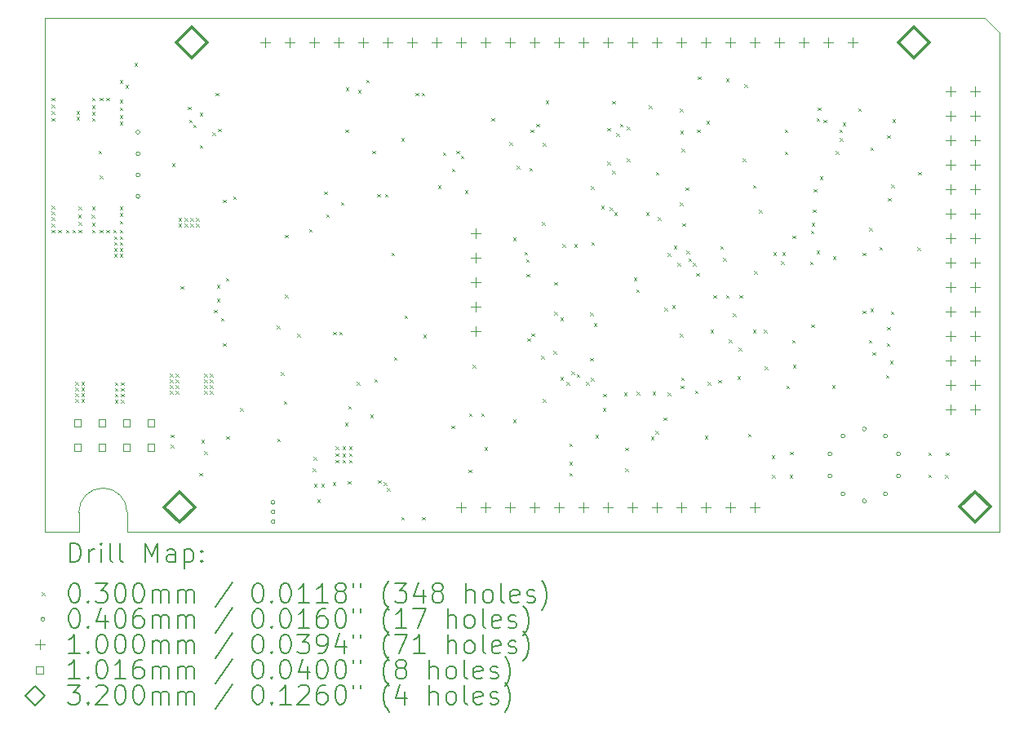
<source format=gbr>
%TF.GenerationSoftware,KiCad,Pcbnew,7.0.6-0*%
%TF.CreationDate,2023-12-03T22:32:11+05:30*%
%TF.ProjectId,PSLab,50534c61-622e-46b6-9963-61645f706362,v6.0-beta*%
%TF.SameCoordinates,Original*%
%TF.FileFunction,Drillmap*%
%TF.FilePolarity,Positive*%
%FSLAX45Y45*%
G04 Gerber Fmt 4.5, Leading zero omitted, Abs format (unit mm)*
G04 Created by KiCad (PCBNEW 7.0.6-0) date 2023-12-03 22:32:11*
%MOMM*%
%LPD*%
G01*
G04 APERTURE LIST*
%ADD10C,0.100000*%
%ADD11C,0.200000*%
%ADD12C,0.030000*%
%ADD13C,0.040640*%
%ADD14C,0.101600*%
%ADD15C,0.320000*%
G04 APERTURE END LIST*
D10*
X19903000Y-10000000D02*
X12560000Y-10000000D01*
X10000000Y-9735000D02*
X10000000Y-4669000D01*
X19903000Y-4821000D02*
X19903000Y-10000000D01*
X10000000Y-9735000D02*
X10000000Y-10000000D01*
X10000000Y-4669000D02*
X19751000Y-4669000D01*
X10850000Y-9800000D02*
X10850000Y-10000000D01*
X10350000Y-9800000D02*
X10350000Y-10000000D01*
X11740000Y-10000000D02*
X10850000Y-10000000D01*
X19751000Y-4669000D02*
X19903000Y-4821000D01*
X10850000Y-9800000D02*
G75*
G03*
X10350000Y-9800000I-250000J3163D01*
G01*
X12560000Y-10000000D02*
X11740000Y-10000000D01*
X10000000Y-10000000D02*
X10350000Y-10000000D01*
D11*
D12*
X10065000Y-5495000D02*
X10095000Y-5525000D01*
X10095000Y-5495000D02*
X10065000Y-5525000D01*
X10065000Y-5565000D02*
X10095000Y-5595000D01*
X10095000Y-5565000D02*
X10065000Y-5595000D01*
X10065000Y-5635000D02*
X10095000Y-5665000D01*
X10095000Y-5635000D02*
X10065000Y-5665000D01*
X10065000Y-5705000D02*
X10095000Y-5735000D01*
X10095000Y-5705000D02*
X10065000Y-5735000D01*
X10065000Y-6615000D02*
X10095000Y-6645000D01*
X10095000Y-6615000D02*
X10065000Y-6645000D01*
X10065000Y-6675000D02*
X10095000Y-6705000D01*
X10095000Y-6675000D02*
X10065000Y-6705000D01*
X10065000Y-6735000D02*
X10095000Y-6765000D01*
X10095000Y-6735000D02*
X10065000Y-6765000D01*
X10065000Y-6805000D02*
X10095000Y-6835000D01*
X10095000Y-6805000D02*
X10065000Y-6835000D01*
X10065000Y-6865000D02*
X10095000Y-6895000D01*
X10095000Y-6865000D02*
X10065000Y-6895000D01*
X10135000Y-6865000D02*
X10165000Y-6895000D01*
X10165000Y-6865000D02*
X10135000Y-6895000D01*
X10215000Y-6865000D02*
X10245000Y-6895000D01*
X10245000Y-6865000D02*
X10215000Y-6895000D01*
X10285000Y-6865000D02*
X10315000Y-6895000D01*
X10315000Y-6865000D02*
X10285000Y-6895000D01*
X10315000Y-8445000D02*
X10345000Y-8475000D01*
X10345000Y-8445000D02*
X10315000Y-8475000D01*
X10315000Y-8505000D02*
X10345000Y-8535000D01*
X10345000Y-8505000D02*
X10315000Y-8535000D01*
X10315000Y-8565000D02*
X10345000Y-8595000D01*
X10345000Y-8565000D02*
X10315000Y-8595000D01*
X10315000Y-8625000D02*
X10345000Y-8655000D01*
X10345000Y-8625000D02*
X10315000Y-8655000D01*
X10325000Y-5635000D02*
X10355000Y-5665000D01*
X10355000Y-5635000D02*
X10325000Y-5665000D01*
X10325000Y-5695000D02*
X10355000Y-5725000D01*
X10355000Y-5695000D02*
X10325000Y-5725000D01*
X10342000Y-6708000D02*
X10372000Y-6738000D01*
X10372000Y-6708000D02*
X10342000Y-6738000D01*
X10345000Y-6625000D02*
X10375000Y-6655000D01*
X10375000Y-6625000D02*
X10345000Y-6655000D01*
X10345000Y-6785000D02*
X10375000Y-6815000D01*
X10375000Y-6785000D02*
X10345000Y-6815000D01*
X10345000Y-6865000D02*
X10375000Y-6895000D01*
X10375000Y-6865000D02*
X10345000Y-6895000D01*
X10375000Y-8445000D02*
X10405000Y-8475000D01*
X10405000Y-8445000D02*
X10375000Y-8475000D01*
X10375000Y-8505000D02*
X10405000Y-8535000D01*
X10405000Y-8505000D02*
X10375000Y-8535000D01*
X10375000Y-8565000D02*
X10405000Y-8595000D01*
X10405000Y-8565000D02*
X10375000Y-8595000D01*
X10375000Y-8625000D02*
X10405000Y-8655000D01*
X10405000Y-8625000D02*
X10375000Y-8655000D01*
X10482000Y-6708000D02*
X10512000Y-6738000D01*
X10512000Y-6708000D02*
X10482000Y-6738000D01*
X10485000Y-5495000D02*
X10515000Y-5525000D01*
X10515000Y-5495000D02*
X10485000Y-5525000D01*
X10485000Y-5575000D02*
X10515000Y-5605000D01*
X10515000Y-5575000D02*
X10485000Y-5605000D01*
X10485000Y-5645000D02*
X10515000Y-5675000D01*
X10515000Y-5645000D02*
X10485000Y-5675000D01*
X10485000Y-5705000D02*
X10515000Y-5735000D01*
X10515000Y-5705000D02*
X10485000Y-5735000D01*
X10485000Y-6625000D02*
X10515000Y-6655000D01*
X10515000Y-6625000D02*
X10485000Y-6655000D01*
X10485000Y-6795000D02*
X10515000Y-6825000D01*
X10515000Y-6795000D02*
X10485000Y-6825000D01*
X10485000Y-6865000D02*
X10515000Y-6895000D01*
X10515000Y-6865000D02*
X10485000Y-6895000D01*
X10555000Y-6045000D02*
X10585000Y-6075000D01*
X10585000Y-6045000D02*
X10555000Y-6075000D01*
X10565000Y-5495000D02*
X10595000Y-5525000D01*
X10595000Y-5495000D02*
X10565000Y-5525000D01*
X10565000Y-6305000D02*
X10595000Y-6335000D01*
X10595000Y-6305000D02*
X10565000Y-6335000D01*
X10565000Y-6865000D02*
X10595000Y-6895000D01*
X10595000Y-6865000D02*
X10565000Y-6895000D01*
X10635000Y-5495000D02*
X10665000Y-5525000D01*
X10665000Y-5495000D02*
X10635000Y-5525000D01*
X10635000Y-6865000D02*
X10665000Y-6895000D01*
X10665000Y-6865000D02*
X10635000Y-6895000D01*
X10705000Y-6865000D02*
X10735000Y-6895000D01*
X10735000Y-6865000D02*
X10705000Y-6895000D01*
X10715000Y-6935000D02*
X10745000Y-6965000D01*
X10745000Y-6935000D02*
X10715000Y-6965000D01*
X10715000Y-6995000D02*
X10745000Y-7025000D01*
X10745000Y-6995000D02*
X10715000Y-7025000D01*
X10715000Y-7055000D02*
X10745000Y-7085000D01*
X10745000Y-7055000D02*
X10715000Y-7085000D01*
X10715000Y-7115000D02*
X10745000Y-7145000D01*
X10745000Y-7115000D02*
X10715000Y-7145000D01*
X10725000Y-8450000D02*
X10755000Y-8480000D01*
X10755000Y-8450000D02*
X10725000Y-8480000D01*
X10725000Y-8510000D02*
X10755000Y-8540000D01*
X10755000Y-8510000D02*
X10725000Y-8540000D01*
X10725000Y-8570000D02*
X10755000Y-8600000D01*
X10755000Y-8570000D02*
X10725000Y-8600000D01*
X10725000Y-8630000D02*
X10755000Y-8660000D01*
X10755000Y-8630000D02*
X10725000Y-8660000D01*
X10775000Y-5315000D02*
X10805000Y-5345000D01*
X10805000Y-5315000D02*
X10775000Y-5345000D01*
X10775000Y-5515000D02*
X10805000Y-5545000D01*
X10805000Y-5515000D02*
X10775000Y-5545000D01*
X10775000Y-5595000D02*
X10805000Y-5625000D01*
X10805000Y-5595000D02*
X10775000Y-5625000D01*
X10775000Y-5675000D02*
X10805000Y-5705000D01*
X10805000Y-5675000D02*
X10775000Y-5705000D01*
X10775000Y-5745000D02*
X10805000Y-5775000D01*
X10805000Y-5745000D02*
X10775000Y-5775000D01*
X10775000Y-6625000D02*
X10805000Y-6655000D01*
X10805000Y-6625000D02*
X10775000Y-6655000D01*
X10775000Y-6695000D02*
X10805000Y-6725000D01*
X10805000Y-6695000D02*
X10775000Y-6725000D01*
X10775000Y-6775000D02*
X10805000Y-6805000D01*
X10805000Y-6775000D02*
X10775000Y-6805000D01*
X10775000Y-6865000D02*
X10805000Y-6895000D01*
X10805000Y-6865000D02*
X10775000Y-6895000D01*
X10775000Y-6935000D02*
X10805000Y-6965000D01*
X10805000Y-6935000D02*
X10775000Y-6965000D01*
X10775000Y-6995000D02*
X10805000Y-7025000D01*
X10805000Y-6995000D02*
X10775000Y-7025000D01*
X10775000Y-7055000D02*
X10805000Y-7085000D01*
X10805000Y-7055000D02*
X10775000Y-7085000D01*
X10775000Y-7115000D02*
X10805000Y-7145000D01*
X10805000Y-7115000D02*
X10775000Y-7145000D01*
X10785000Y-8450000D02*
X10815000Y-8480000D01*
X10815000Y-8450000D02*
X10785000Y-8480000D01*
X10785000Y-8510000D02*
X10815000Y-8540000D01*
X10815000Y-8510000D02*
X10785000Y-8540000D01*
X10785000Y-8570000D02*
X10815000Y-8600000D01*
X10815000Y-8570000D02*
X10785000Y-8600000D01*
X10785000Y-8630000D02*
X10815000Y-8660000D01*
X10815000Y-8630000D02*
X10785000Y-8660000D01*
X10835000Y-5365000D02*
X10865000Y-5395000D01*
X10865000Y-5365000D02*
X10835000Y-5395000D01*
X10925000Y-5135000D02*
X10955000Y-5165000D01*
X10955000Y-5135000D02*
X10925000Y-5165000D01*
X11295000Y-8360000D02*
X11325000Y-8390000D01*
X11325000Y-8360000D02*
X11295000Y-8390000D01*
X11295000Y-8420000D02*
X11325000Y-8450000D01*
X11325000Y-8420000D02*
X11295000Y-8450000D01*
X11295000Y-8480000D02*
X11325000Y-8510000D01*
X11325000Y-8480000D02*
X11295000Y-8510000D01*
X11295000Y-8540000D02*
X11325000Y-8570000D01*
X11325000Y-8540000D02*
X11295000Y-8570000D01*
X11305000Y-8990000D02*
X11335000Y-9020000D01*
X11335000Y-8990000D02*
X11305000Y-9020000D01*
X11305000Y-9097500D02*
X11335000Y-9127500D01*
X11335000Y-9097500D02*
X11305000Y-9127500D01*
X11315000Y-6175000D02*
X11345000Y-6205000D01*
X11345000Y-6175000D02*
X11315000Y-6205000D01*
X11355000Y-8360000D02*
X11385000Y-8390000D01*
X11385000Y-8360000D02*
X11355000Y-8390000D01*
X11355000Y-8420000D02*
X11385000Y-8450000D01*
X11385000Y-8420000D02*
X11355000Y-8450000D01*
X11355000Y-8480000D02*
X11385000Y-8510000D01*
X11385000Y-8480000D02*
X11355000Y-8510000D01*
X11355000Y-8540000D02*
X11385000Y-8570000D01*
X11385000Y-8540000D02*
X11355000Y-8570000D01*
X11385000Y-6745000D02*
X11415000Y-6775000D01*
X11415000Y-6745000D02*
X11385000Y-6775000D01*
X11385000Y-6805000D02*
X11415000Y-6835000D01*
X11415000Y-6805000D02*
X11385000Y-6835000D01*
X11405000Y-7450000D02*
X11435000Y-7480000D01*
X11435000Y-7450000D02*
X11405000Y-7480000D01*
X11445000Y-6745000D02*
X11475000Y-6775000D01*
X11475000Y-6745000D02*
X11445000Y-6775000D01*
X11445000Y-6805000D02*
X11475000Y-6835000D01*
X11475000Y-6805000D02*
X11445000Y-6835000D01*
X11482500Y-5587500D02*
X11512500Y-5617500D01*
X11512500Y-5587500D02*
X11482500Y-5617500D01*
X11495000Y-5722500D02*
X11525000Y-5752500D01*
X11525000Y-5722500D02*
X11495000Y-5752500D01*
X11505000Y-6745000D02*
X11535000Y-6775000D01*
X11535000Y-6745000D02*
X11505000Y-6775000D01*
X11505000Y-6805000D02*
X11535000Y-6835000D01*
X11535000Y-6805000D02*
X11505000Y-6835000D01*
X11536088Y-5773912D02*
X11566088Y-5803912D01*
X11566088Y-5773912D02*
X11536088Y-5803912D01*
X11565000Y-6745000D02*
X11595000Y-6775000D01*
X11595000Y-6745000D02*
X11565000Y-6775000D01*
X11565000Y-6805000D02*
X11595000Y-6835000D01*
X11595000Y-6805000D02*
X11565000Y-6835000D01*
X11597500Y-9390000D02*
X11627500Y-9420000D01*
X11627500Y-9390000D02*
X11597500Y-9420000D01*
X11602500Y-5650000D02*
X11632500Y-5680000D01*
X11632500Y-5650000D02*
X11602500Y-5680000D01*
X11605000Y-5985000D02*
X11635000Y-6015000D01*
X11635000Y-5985000D02*
X11605000Y-6015000D01*
X11620000Y-9045000D02*
X11650000Y-9075000D01*
X11650000Y-9045000D02*
X11620000Y-9075000D01*
X11650000Y-8360000D02*
X11680000Y-8390000D01*
X11680000Y-8360000D02*
X11650000Y-8390000D01*
X11650000Y-8420000D02*
X11680000Y-8450000D01*
X11680000Y-8420000D02*
X11650000Y-8450000D01*
X11650000Y-8480000D02*
X11680000Y-8510000D01*
X11680000Y-8480000D02*
X11650000Y-8510000D01*
X11650000Y-8540000D02*
X11680000Y-8570000D01*
X11680000Y-8540000D02*
X11650000Y-8570000D01*
X11650000Y-9165000D02*
X11680000Y-9195000D01*
X11680000Y-9165000D02*
X11650000Y-9195000D01*
X11710000Y-8360000D02*
X11740000Y-8390000D01*
X11740000Y-8360000D02*
X11710000Y-8390000D01*
X11710000Y-8420000D02*
X11740000Y-8450000D01*
X11740000Y-8420000D02*
X11710000Y-8450000D01*
X11710000Y-8480000D02*
X11740000Y-8510000D01*
X11740000Y-8480000D02*
X11710000Y-8510000D01*
X11710000Y-8540000D02*
X11740000Y-8570000D01*
X11740000Y-8540000D02*
X11710000Y-8570000D01*
X11735000Y-5855000D02*
X11765000Y-5885000D01*
X11765000Y-5855000D02*
X11735000Y-5885000D01*
X11750000Y-7695000D02*
X11780000Y-7725000D01*
X11780000Y-7695000D02*
X11750000Y-7725000D01*
X11770000Y-5445000D02*
X11800000Y-5475000D01*
X11800000Y-5445000D02*
X11770000Y-5475000D01*
X11780000Y-7580000D02*
X11810000Y-7610000D01*
X11810000Y-7580000D02*
X11780000Y-7610000D01*
X11782050Y-7438650D02*
X11812050Y-7468650D01*
X11812050Y-7438650D02*
X11782050Y-7468650D01*
X11794595Y-5815001D02*
X11824595Y-5845001D01*
X11824595Y-5815001D02*
X11794595Y-5845001D01*
X11825000Y-7780000D02*
X11855000Y-7810000D01*
X11855000Y-7780000D02*
X11825000Y-7810000D01*
X11845000Y-6555000D02*
X11875000Y-6585000D01*
X11875000Y-6555000D02*
X11845000Y-6585000D01*
X11845000Y-8045000D02*
X11875000Y-8075000D01*
X11875000Y-8045000D02*
X11845000Y-8075000D01*
X11875000Y-7365000D02*
X11905000Y-7395000D01*
X11905000Y-7365000D02*
X11875000Y-7395000D01*
X11880000Y-9010000D02*
X11910000Y-9040000D01*
X11910000Y-9010000D02*
X11880000Y-9040000D01*
X11950175Y-6520537D02*
X11980175Y-6550537D01*
X11980175Y-6520537D02*
X11950175Y-6550537D01*
X12025000Y-8715000D02*
X12055000Y-8745000D01*
X12055000Y-8715000D02*
X12025000Y-8745000D01*
X12405000Y-7860000D02*
X12435000Y-7890000D01*
X12435000Y-7860000D02*
X12405000Y-7890000D01*
X12410000Y-9035000D02*
X12440000Y-9065000D01*
X12440000Y-9035000D02*
X12410000Y-9065000D01*
X12445000Y-8345000D02*
X12475000Y-8375000D01*
X12475000Y-8345000D02*
X12445000Y-8375000D01*
X12475000Y-8645000D02*
X12505000Y-8675000D01*
X12505000Y-8645000D02*
X12475000Y-8675000D01*
X12487500Y-6917500D02*
X12517500Y-6947500D01*
X12517500Y-6917500D02*
X12487500Y-6947500D01*
X12487500Y-7540000D02*
X12517500Y-7570000D01*
X12517500Y-7540000D02*
X12487500Y-7570000D01*
X12614553Y-7946229D02*
X12644553Y-7976229D01*
X12644553Y-7946229D02*
X12614553Y-7976229D01*
X12739667Y-6856930D02*
X12769667Y-6886930D01*
X12769667Y-6856930D02*
X12739667Y-6886930D01*
X12775000Y-9345000D02*
X12805000Y-9375000D01*
X12805000Y-9345000D02*
X12775000Y-9375000D01*
X12785000Y-9225000D02*
X12815000Y-9255000D01*
X12815000Y-9225000D02*
X12785000Y-9255000D01*
X12787500Y-9505000D02*
X12817500Y-9535000D01*
X12817500Y-9505000D02*
X12787500Y-9535000D01*
X12825000Y-9665000D02*
X12855000Y-9695000D01*
X12855000Y-9665000D02*
X12825000Y-9695000D01*
X12865000Y-9505000D02*
X12895000Y-9535000D01*
X12895000Y-9505000D02*
X12865000Y-9535000D01*
X12895000Y-6470000D02*
X12925000Y-6500000D01*
X12925000Y-6470000D02*
X12895000Y-6500000D01*
X12917500Y-6707500D02*
X12947500Y-6737500D01*
X12947500Y-6707500D02*
X12917500Y-6737500D01*
X12985000Y-9485000D02*
X13015000Y-9515000D01*
X13015000Y-9485000D02*
X12985000Y-9515000D01*
X12990000Y-7925000D02*
X13020000Y-7955000D01*
X13020000Y-7925000D02*
X12990000Y-7955000D01*
X13015000Y-9115000D02*
X13045000Y-9145000D01*
X13045000Y-9115000D02*
X13015000Y-9145000D01*
X13015000Y-9185000D02*
X13045000Y-9215000D01*
X13045000Y-9185000D02*
X13015000Y-9215000D01*
X13015000Y-9255000D02*
X13045000Y-9285000D01*
X13045000Y-9255000D02*
X13015000Y-9285000D01*
X13050000Y-7925000D02*
X13080000Y-7955000D01*
X13080000Y-7925000D02*
X13050000Y-7955000D01*
X13067500Y-6577500D02*
X13097500Y-6607500D01*
X13097500Y-6577500D02*
X13067500Y-6607500D01*
X13085000Y-9115000D02*
X13115000Y-9145000D01*
X13115000Y-9115000D02*
X13085000Y-9145000D01*
X13085000Y-9255000D02*
X13115000Y-9285000D01*
X13115000Y-9255000D02*
X13085000Y-9285000D01*
X13086000Y-9189000D02*
X13116000Y-9219000D01*
X13116000Y-9189000D02*
X13086000Y-9219000D01*
X13111000Y-8871000D02*
X13141000Y-8901000D01*
X13141000Y-8871000D02*
X13111000Y-8901000D01*
X13115000Y-5825000D02*
X13145000Y-5855000D01*
X13145000Y-5825000D02*
X13115000Y-5855000D01*
X13120000Y-5390000D02*
X13150000Y-5420000D01*
X13150000Y-5390000D02*
X13120000Y-5420000D01*
X13140000Y-9475000D02*
X13170000Y-9505000D01*
X13170000Y-9475000D02*
X13140000Y-9505000D01*
X13145000Y-8695018D02*
X13175000Y-8725018D01*
X13175000Y-8695018D02*
X13145000Y-8725018D01*
X13155000Y-9115000D02*
X13185000Y-9145000D01*
X13185000Y-9115000D02*
X13155000Y-9145000D01*
X13155000Y-9185000D02*
X13185000Y-9215000D01*
X13185000Y-9185000D02*
X13155000Y-9215000D01*
X13155000Y-9255000D02*
X13185000Y-9285000D01*
X13185000Y-9255000D02*
X13155000Y-9285000D01*
X13232500Y-8445000D02*
X13262500Y-8475000D01*
X13262500Y-8445000D02*
X13232500Y-8475000D01*
X13245000Y-5415000D02*
X13275000Y-5445000D01*
X13275000Y-5415000D02*
X13245000Y-5445000D01*
X13332500Y-5307500D02*
X13362500Y-5337500D01*
X13362500Y-5307500D02*
X13332500Y-5337500D01*
X13375000Y-8785000D02*
X13405000Y-8815000D01*
X13405000Y-8785000D02*
X13375000Y-8815000D01*
X13395000Y-6045000D02*
X13425000Y-6075000D01*
X13425000Y-6045000D02*
X13395000Y-6075000D01*
X13415000Y-8415000D02*
X13445000Y-8445000D01*
X13445000Y-8415000D02*
X13415000Y-8445000D01*
X13445000Y-6495000D02*
X13475000Y-6525000D01*
X13475000Y-6495000D02*
X13445000Y-6525000D01*
X13455000Y-9465000D02*
X13485000Y-9495000D01*
X13485000Y-9465000D02*
X13455000Y-9495000D01*
X13515000Y-9485000D02*
X13545000Y-9515000D01*
X13545000Y-9485000D02*
X13515000Y-9515000D01*
X13525000Y-6495000D02*
X13555000Y-6525000D01*
X13555000Y-6495000D02*
X13525000Y-6525000D01*
X13545000Y-9545000D02*
X13575000Y-9575000D01*
X13575000Y-9545000D02*
X13545000Y-9575000D01*
X13595000Y-7105000D02*
X13625000Y-7135000D01*
X13625000Y-7105000D02*
X13595000Y-7135000D01*
X13617200Y-8187950D02*
X13647200Y-8217950D01*
X13647200Y-8187950D02*
X13617200Y-8217950D01*
X13693400Y-9845300D02*
X13723400Y-9875300D01*
X13723400Y-9845300D02*
X13693400Y-9875300D01*
X13695000Y-5915000D02*
X13725000Y-5945000D01*
X13725000Y-5915000D02*
X13695000Y-5945000D01*
X13727500Y-7757500D02*
X13757500Y-7787500D01*
X13757500Y-7757500D02*
X13727500Y-7787500D01*
X13845000Y-5445000D02*
X13875000Y-5475000D01*
X13875000Y-5445000D02*
X13845000Y-5475000D01*
X13905000Y-5445000D02*
X13935000Y-5475000D01*
X13935000Y-5445000D02*
X13905000Y-5475000D01*
X13909300Y-9845300D02*
X13939300Y-9875300D01*
X13939300Y-9845300D02*
X13909300Y-9875300D01*
X13925000Y-7955000D02*
X13955000Y-7985000D01*
X13955000Y-7955000D02*
X13925000Y-7985000D01*
X14075000Y-6405000D02*
X14105000Y-6435000D01*
X14105000Y-6405000D02*
X14075000Y-6435000D01*
X14126213Y-6063787D02*
X14156213Y-6093787D01*
X14156213Y-6063787D02*
X14126213Y-6093787D01*
X14214300Y-8899700D02*
X14244300Y-8929700D01*
X14244300Y-8899700D02*
X14214300Y-8929700D01*
X14220000Y-6230000D02*
X14250000Y-6260000D01*
X14250000Y-6230000D02*
X14220000Y-6260000D01*
X14265000Y-6045000D02*
X14295000Y-6075000D01*
X14295000Y-6045000D02*
X14265000Y-6075000D01*
X14315000Y-6095000D02*
X14345000Y-6125000D01*
X14345000Y-6095000D02*
X14315000Y-6125000D01*
X14355000Y-6455000D02*
X14385000Y-6485000D01*
X14385000Y-6455000D02*
X14355000Y-6485000D01*
X14395000Y-9355000D02*
X14425000Y-9385000D01*
X14425000Y-9355000D02*
X14395000Y-9385000D01*
X14398202Y-8772200D02*
X14428202Y-8802200D01*
X14428202Y-8772200D02*
X14398202Y-8802200D01*
X14436521Y-8268917D02*
X14466521Y-8298917D01*
X14466521Y-8268917D02*
X14436521Y-8298917D01*
X14525250Y-8772150D02*
X14555250Y-8802150D01*
X14555250Y-8772150D02*
X14525250Y-8802150D01*
X14558600Y-9121400D02*
X14588600Y-9151400D01*
X14588600Y-9121400D02*
X14558600Y-9151400D01*
X14630500Y-5705000D02*
X14660500Y-5735000D01*
X14660500Y-5705000D02*
X14630500Y-5735000D01*
X14815000Y-5955000D02*
X14845000Y-5985000D01*
X14845000Y-5955000D02*
X14815000Y-5985000D01*
X14855000Y-6945000D02*
X14885000Y-6975000D01*
X14885000Y-6945000D02*
X14855000Y-6975000D01*
X14855000Y-8835000D02*
X14885000Y-8865000D01*
X14885000Y-8835000D02*
X14855000Y-8865000D01*
X14893600Y-6200450D02*
X14923600Y-6230450D01*
X14923600Y-6200450D02*
X14893600Y-6230450D01*
X14975000Y-7095000D02*
X15005000Y-7125000D01*
X15005000Y-7095000D02*
X14975000Y-7125000D01*
X14991835Y-7169924D02*
X15021835Y-7199924D01*
X15021835Y-7169924D02*
X14991835Y-7199924D01*
X14995150Y-7324350D02*
X15025150Y-7354350D01*
X15025150Y-7324350D02*
X14995150Y-7354350D01*
X15003314Y-7992242D02*
X15033314Y-8022242D01*
X15033314Y-7992242D02*
X15003314Y-8022242D01*
X15025000Y-6225000D02*
X15055000Y-6255000D01*
X15055000Y-6225000D02*
X15025000Y-6255000D01*
X15035000Y-5825000D02*
X15065000Y-5855000D01*
X15065000Y-5825000D02*
X15035000Y-5855000D01*
X15046359Y-7943535D02*
X15076359Y-7973535D01*
X15076359Y-7943535D02*
X15046359Y-7973535D01*
X15095000Y-5767499D02*
X15125000Y-5797499D01*
X15125000Y-5767499D02*
X15095000Y-5797499D01*
X15145000Y-8175000D02*
X15175000Y-8205000D01*
X15175000Y-8175000D02*
X15145000Y-8205000D01*
X15155000Y-6785000D02*
X15185000Y-6815000D01*
X15185000Y-6785000D02*
X15155000Y-6815000D01*
X15165000Y-5965000D02*
X15195000Y-5995000D01*
X15195000Y-5965000D02*
X15165000Y-5995000D01*
X15165000Y-8625000D02*
X15195000Y-8655000D01*
X15195000Y-8625000D02*
X15165000Y-8655000D01*
X15195000Y-5525000D02*
X15225000Y-5555000D01*
X15225000Y-5525000D02*
X15195000Y-5555000D01*
X15275000Y-8125000D02*
X15305000Y-8155000D01*
X15305000Y-8125000D02*
X15275000Y-8155000D01*
X15280900Y-7406900D02*
X15310900Y-7436900D01*
X15310900Y-7406900D02*
X15280900Y-7436900D01*
X15280900Y-7718050D02*
X15310900Y-7748050D01*
X15310900Y-7718050D02*
X15280900Y-7748050D01*
X15344400Y-8394400D02*
X15374400Y-8424400D01*
X15374400Y-8394400D02*
X15344400Y-8424400D01*
X15345000Y-7775000D02*
X15375000Y-7805000D01*
X15375000Y-7775000D02*
X15345000Y-7805000D01*
X15366156Y-7017070D02*
X15396156Y-7047070D01*
X15396156Y-7017070D02*
X15366156Y-7047070D01*
X15411532Y-8444650D02*
X15441532Y-8474650D01*
X15441532Y-8444650D02*
X15411532Y-8474650D01*
X15439650Y-9083300D02*
X15469650Y-9113300D01*
X15469650Y-9083300D02*
X15439650Y-9113300D01*
X15439650Y-9273800D02*
X15469650Y-9303800D01*
X15469650Y-9273800D02*
X15439650Y-9303800D01*
X15439650Y-9388100D02*
X15469650Y-9418100D01*
X15469650Y-9388100D02*
X15439650Y-9418100D01*
X15459033Y-8335718D02*
X15489033Y-8365718D01*
X15489033Y-8335718D02*
X15459033Y-8365718D01*
X15488273Y-7015377D02*
X15518273Y-7045377D01*
X15518273Y-7015377D02*
X15488273Y-7045377D01*
X15516496Y-8366100D02*
X15546496Y-8396100D01*
X15546496Y-8366100D02*
X15516496Y-8396100D01*
X15614764Y-8446249D02*
X15644764Y-8476249D01*
X15644764Y-8446249D02*
X15614764Y-8476249D01*
X15655000Y-7725000D02*
X15685000Y-7755000D01*
X15685000Y-7725000D02*
X15655000Y-7755000D01*
X15655000Y-8195000D02*
X15685000Y-8225000D01*
X15685000Y-8195000D02*
X15655000Y-8225000D01*
X15665000Y-6415000D02*
X15695000Y-6445000D01*
X15695000Y-6415000D02*
X15665000Y-6445000D01*
X15665000Y-8405000D02*
X15695000Y-8435000D01*
X15695000Y-8405000D02*
X15665000Y-8435000D01*
X15666872Y-6992450D02*
X15696872Y-7022450D01*
X15696872Y-6992450D02*
X15666872Y-7022450D01*
X15695000Y-7835000D02*
X15725000Y-7865000D01*
X15725000Y-7835000D02*
X15695000Y-7865000D01*
X15710900Y-8996200D02*
X15740900Y-9026200D01*
X15740900Y-8996200D02*
X15710900Y-9026200D01*
X15771000Y-6617000D02*
X15801000Y-6647000D01*
X15801000Y-6617000D02*
X15771000Y-6647000D01*
X15785000Y-8715000D02*
X15815000Y-8745000D01*
X15815000Y-8715000D02*
X15785000Y-8745000D01*
X15788900Y-8568950D02*
X15818900Y-8598950D01*
X15818900Y-8568950D02*
X15788900Y-8598950D01*
X15835000Y-5810000D02*
X15865000Y-5840000D01*
X15865000Y-5810000D02*
X15835000Y-5840000D01*
X15835000Y-6160000D02*
X15865000Y-6190000D01*
X15865000Y-6160000D02*
X15835000Y-6190000D01*
X15858750Y-6632200D02*
X15888750Y-6662200D01*
X15888750Y-6632200D02*
X15858750Y-6662200D01*
X15882534Y-5527499D02*
X15912534Y-5557499D01*
X15912534Y-5527499D02*
X15882534Y-5557499D01*
X15885000Y-6255000D02*
X15915000Y-6285000D01*
X15915000Y-6255000D02*
X15885000Y-6285000D01*
X15905000Y-6685000D02*
X15935000Y-6715000D01*
X15935000Y-6685000D02*
X15905000Y-6715000D01*
X15925000Y-5865000D02*
X15955000Y-5895000D01*
X15955000Y-5865000D02*
X15925000Y-5895000D01*
X15965000Y-5765000D02*
X15995000Y-5795000D01*
X15995000Y-5765000D02*
X15965000Y-5795000D01*
X16006000Y-8557000D02*
X16036000Y-8587000D01*
X16036000Y-8557000D02*
X16006000Y-8587000D01*
X16017500Y-9127750D02*
X16047500Y-9157750D01*
X16047500Y-9127750D02*
X16017500Y-9157750D01*
X16017500Y-9343650D02*
X16047500Y-9373650D01*
X16047500Y-9343650D02*
X16017500Y-9373650D01*
X16035000Y-5795000D02*
X16065000Y-5825000D01*
X16065000Y-5795000D02*
X16035000Y-5825000D01*
X16035000Y-6125000D02*
X16065000Y-6155000D01*
X16065000Y-6125000D02*
X16035000Y-6155000D01*
X16107044Y-7362450D02*
X16137044Y-7392450D01*
X16137044Y-7362450D02*
X16107044Y-7392450D01*
X16135000Y-7485000D02*
X16165000Y-7515000D01*
X16165000Y-7485000D02*
X16135000Y-7515000D01*
X16136000Y-8547000D02*
X16166000Y-8577000D01*
X16166000Y-8547000D02*
X16136000Y-8577000D01*
X16235000Y-6685000D02*
X16265000Y-6715000D01*
X16265000Y-6685000D02*
X16235000Y-6715000D01*
X16265000Y-5575000D02*
X16295000Y-5605000D01*
X16295000Y-5575000D02*
X16265000Y-5605000D01*
X16285000Y-9015000D02*
X16315000Y-9045000D01*
X16315000Y-9015000D02*
X16285000Y-9045000D01*
X16301000Y-8547000D02*
X16331000Y-8577000D01*
X16331000Y-8547000D02*
X16301000Y-8577000D01*
X16334350Y-8955650D02*
X16364350Y-8985650D01*
X16364350Y-8955650D02*
X16334350Y-8985650D01*
X16335000Y-6263900D02*
X16365000Y-6293900D01*
X16365000Y-6263900D02*
X16335000Y-6293900D01*
X16360000Y-6735000D02*
X16390000Y-6765000D01*
X16390000Y-6735000D02*
X16360000Y-6765000D01*
X16415000Y-8815000D02*
X16445000Y-8845000D01*
X16445000Y-8815000D02*
X16415000Y-8845000D01*
X16425000Y-7675000D02*
X16455000Y-7705000D01*
X16455000Y-7675000D02*
X16425000Y-7705000D01*
X16460000Y-7110000D02*
X16490000Y-7140000D01*
X16490000Y-7110000D02*
X16460000Y-7140000D01*
X16461000Y-8557000D02*
X16491000Y-8587000D01*
X16491000Y-8557000D02*
X16461000Y-8587000D01*
X16506207Y-7650757D02*
X16536207Y-7680757D01*
X16536207Y-7650757D02*
X16506207Y-7680757D01*
X16523588Y-7033588D02*
X16553588Y-7063588D01*
X16553588Y-7033588D02*
X16523588Y-7063588D01*
X16560000Y-7210000D02*
X16590000Y-7240000D01*
X16590000Y-7210000D02*
X16560000Y-7240000D01*
X16585000Y-5610000D02*
X16615000Y-5640000D01*
X16615000Y-5610000D02*
X16585000Y-5640000D01*
X16585000Y-6585000D02*
X16615000Y-6615000D01*
X16615000Y-6585000D02*
X16585000Y-6615000D01*
X16585000Y-7945000D02*
X16615000Y-7975000D01*
X16615000Y-7945000D02*
X16585000Y-7975000D01*
X16590000Y-5840000D02*
X16620000Y-5870000D01*
X16620000Y-5840000D02*
X16590000Y-5870000D01*
X16595000Y-8485000D02*
X16625000Y-8515000D01*
X16625000Y-8485000D02*
X16595000Y-8515000D01*
X16600000Y-8400000D02*
X16630000Y-8430000D01*
X16630000Y-8400000D02*
X16600000Y-8430000D01*
X16605000Y-6025000D02*
X16635000Y-6055000D01*
X16635000Y-6025000D02*
X16605000Y-6055000D01*
X16610000Y-6800000D02*
X16640000Y-6830000D01*
X16640000Y-6800000D02*
X16610000Y-6830000D01*
X16645000Y-6425000D02*
X16675000Y-6455000D01*
X16675000Y-6425000D02*
X16645000Y-6455000D01*
X16652450Y-7084452D02*
X16682450Y-7114452D01*
X16682450Y-7084452D02*
X16652450Y-7114452D01*
X16674917Y-7161653D02*
X16704917Y-7191653D01*
X16704917Y-7161653D02*
X16674917Y-7191653D01*
X16720805Y-7209103D02*
X16750805Y-7239103D01*
X16750805Y-7209103D02*
X16720805Y-7239103D01*
X16745000Y-8535000D02*
X16775000Y-8565000D01*
X16775000Y-8535000D02*
X16745000Y-8565000D01*
X16755000Y-7315000D02*
X16785000Y-7345000D01*
X16785000Y-7315000D02*
X16755000Y-7345000D01*
X16765000Y-5825000D02*
X16795000Y-5855000D01*
X16795000Y-5825000D02*
X16765000Y-5855000D01*
X16775000Y-5275000D02*
X16805000Y-5305000D01*
X16805000Y-5275000D02*
X16775000Y-5305000D01*
X16845000Y-9005000D02*
X16875000Y-9035000D01*
X16875000Y-9005000D02*
X16845000Y-9035000D01*
X16860000Y-5735000D02*
X16890000Y-5765000D01*
X16890000Y-5735000D02*
X16860000Y-5765000D01*
X16875000Y-8445000D02*
X16905000Y-8475000D01*
X16905000Y-8445000D02*
X16875000Y-8475000D01*
X16905000Y-7905000D02*
X16935000Y-7935000D01*
X16935000Y-7905000D02*
X16905000Y-7935000D01*
X16935000Y-7545000D02*
X16965000Y-7575000D01*
X16965000Y-7545000D02*
X16935000Y-7575000D01*
X16985000Y-8425000D02*
X17015000Y-8455000D01*
X17015000Y-8425000D02*
X16985000Y-8455000D01*
X17005000Y-7035000D02*
X17035000Y-7065000D01*
X17035000Y-7035000D02*
X17005000Y-7065000D01*
X17035000Y-7160000D02*
X17065000Y-7190000D01*
X17065000Y-7160000D02*
X17035000Y-7190000D01*
X17065000Y-5295000D02*
X17095000Y-5325000D01*
X17095000Y-5295000D02*
X17065000Y-5325000D01*
X17065000Y-7545000D02*
X17095000Y-7575000D01*
X17095000Y-7545000D02*
X17065000Y-7575000D01*
X17095000Y-8005000D02*
X17125000Y-8035000D01*
X17125000Y-8005000D02*
X17095000Y-8035000D01*
X17135000Y-7735000D02*
X17165000Y-7765000D01*
X17165000Y-7735000D02*
X17135000Y-7765000D01*
X17185000Y-8385000D02*
X17215000Y-8415000D01*
X17215000Y-8385000D02*
X17185000Y-8415000D01*
X17196500Y-8090500D02*
X17226500Y-8120500D01*
X17226500Y-8090500D02*
X17196500Y-8120500D01*
X17205000Y-7545000D02*
X17235000Y-7575000D01*
X17235000Y-7545000D02*
X17205000Y-7575000D01*
X17236699Y-6124200D02*
X17266699Y-6154200D01*
X17266699Y-6124200D02*
X17236699Y-6154200D01*
X17255000Y-5355000D02*
X17285000Y-5385000D01*
X17285000Y-5355000D02*
X17255000Y-5385000D01*
X17295000Y-8985000D02*
X17325000Y-9015000D01*
X17325000Y-8985000D02*
X17295000Y-9015000D01*
X17345000Y-6400000D02*
X17375000Y-6430000D01*
X17375000Y-6400000D02*
X17345000Y-6430000D01*
X17345000Y-7902450D02*
X17375000Y-7932450D01*
X17375000Y-7902450D02*
X17345000Y-7932450D01*
X17355000Y-7295000D02*
X17385000Y-7325000D01*
X17385000Y-7295000D02*
X17355000Y-7325000D01*
X17410000Y-6660000D02*
X17440000Y-6690000D01*
X17440000Y-6660000D02*
X17410000Y-6690000D01*
X17460000Y-7905000D02*
X17490000Y-7935000D01*
X17490000Y-7905000D02*
X17460000Y-7935000D01*
X17465000Y-8285000D02*
X17495000Y-8315000D01*
X17495000Y-8285000D02*
X17465000Y-8315000D01*
X17540000Y-9210000D02*
X17570000Y-9240000D01*
X17570000Y-9210000D02*
X17540000Y-9240000D01*
X17545000Y-9410000D02*
X17575000Y-9440000D01*
X17575000Y-9410000D02*
X17545000Y-9440000D01*
X17555000Y-7100000D02*
X17585000Y-7130000D01*
X17585000Y-7100000D02*
X17555000Y-7130000D01*
X17635000Y-7195000D02*
X17665000Y-7225000D01*
X17665000Y-7195000D02*
X17635000Y-7225000D01*
X17650000Y-7100000D02*
X17680000Y-7130000D01*
X17680000Y-7100000D02*
X17650000Y-7130000D01*
X17674850Y-5825750D02*
X17704850Y-5855750D01*
X17704850Y-5825750D02*
X17674850Y-5855750D01*
X17675000Y-6055000D02*
X17705000Y-6085000D01*
X17705000Y-6055000D02*
X17675000Y-6085000D01*
X17690000Y-8485000D02*
X17720000Y-8515000D01*
X17720000Y-8485000D02*
X17690000Y-8515000D01*
X17725000Y-9410000D02*
X17755000Y-9440000D01*
X17755000Y-9410000D02*
X17725000Y-9440000D01*
X17730000Y-9170000D02*
X17760000Y-9200000D01*
X17760000Y-9170000D02*
X17730000Y-9200000D01*
X17750000Y-8010000D02*
X17780000Y-8040000D01*
X17780000Y-8010000D02*
X17750000Y-8040000D01*
X17755227Y-6927668D02*
X17785227Y-6957668D01*
X17785227Y-6927668D02*
X17755227Y-6957668D01*
X17757900Y-8267100D02*
X17787900Y-8297100D01*
X17787900Y-8267100D02*
X17757900Y-8297100D01*
X17938627Y-7196067D02*
X17968627Y-7226067D01*
X17968627Y-7196067D02*
X17938627Y-7226067D01*
X17945000Y-6875000D02*
X17975000Y-6905000D01*
X17975000Y-6875000D02*
X17945000Y-6905000D01*
X17950000Y-7850000D02*
X17980000Y-7880000D01*
X17980000Y-7850000D02*
X17950000Y-7880000D01*
X17955000Y-6795000D02*
X17985000Y-6825000D01*
X17985000Y-6795000D02*
X17955000Y-6825000D01*
X17965000Y-6655000D02*
X17995000Y-6685000D01*
X17995000Y-6655000D02*
X17965000Y-6685000D01*
X17975000Y-6445000D02*
X18005000Y-6475000D01*
X18005000Y-6445000D02*
X17975000Y-6475000D01*
X18003903Y-7082550D02*
X18033903Y-7112550D01*
X18033903Y-7082550D02*
X18003903Y-7112550D01*
X18005000Y-5705000D02*
X18035000Y-5735000D01*
X18035000Y-5705000D02*
X18005000Y-5735000D01*
X18018000Y-5595000D02*
X18048000Y-5625000D01*
X18048000Y-5595000D02*
X18018000Y-5625000D01*
X18040000Y-6310000D02*
X18070000Y-6340000D01*
X18070000Y-6310000D02*
X18040000Y-6340000D01*
X18075000Y-5725000D02*
X18105000Y-5755000D01*
X18105000Y-5725000D02*
X18075000Y-5755000D01*
X18165000Y-8480000D02*
X18195000Y-8510000D01*
X18195000Y-8480000D02*
X18165000Y-8510000D01*
X18175000Y-7140000D02*
X18205000Y-7170000D01*
X18205000Y-7140000D02*
X18175000Y-7170000D01*
X18205000Y-6050000D02*
X18235000Y-6080000D01*
X18235000Y-6050000D02*
X18205000Y-6080000D01*
X18240750Y-5825000D02*
X18270750Y-5855000D01*
X18270750Y-5825000D02*
X18240750Y-5855000D01*
X18245000Y-5915000D02*
X18275000Y-5945000D01*
X18275000Y-5915000D02*
X18245000Y-5945000D01*
X18275000Y-5755000D02*
X18305000Y-5785000D01*
X18305000Y-5755000D02*
X18275000Y-5785000D01*
X18435000Y-5605000D02*
X18465000Y-5635000D01*
X18465000Y-5605000D02*
X18435000Y-5635000D01*
X18485000Y-7105000D02*
X18515000Y-7135000D01*
X18515000Y-7105000D02*
X18485000Y-7135000D01*
X18485000Y-7705000D02*
X18515000Y-7735000D01*
X18515000Y-7705000D02*
X18485000Y-7735000D01*
X18545000Y-8010000D02*
X18575000Y-8040000D01*
X18575000Y-8010000D02*
X18545000Y-8040000D01*
X18550000Y-6845000D02*
X18580000Y-6875000D01*
X18580000Y-6845000D02*
X18550000Y-6875000D01*
X18563850Y-6009900D02*
X18593850Y-6039900D01*
X18593850Y-6009900D02*
X18563850Y-6039900D01*
X18565000Y-7685000D02*
X18595000Y-7715000D01*
X18595000Y-7685000D02*
X18565000Y-7715000D01*
X18585000Y-8135000D02*
X18615000Y-8165000D01*
X18615000Y-8135000D02*
X18585000Y-8165000D01*
X18655000Y-7045000D02*
X18685000Y-7075000D01*
X18685000Y-7045000D02*
X18655000Y-7075000D01*
X18725000Y-8375000D02*
X18755000Y-8405000D01*
X18755000Y-8375000D02*
X18725000Y-8405000D01*
X18733500Y-8043500D02*
X18763500Y-8073500D01*
X18763500Y-8043500D02*
X18733500Y-8073500D01*
X18735000Y-7875000D02*
X18765000Y-7905000D01*
X18765000Y-7875000D02*
X18735000Y-7905000D01*
X18735300Y-5882900D02*
X18765300Y-5912900D01*
X18765300Y-5882900D02*
X18735300Y-5912900D01*
X18745000Y-6535000D02*
X18775000Y-6565000D01*
X18775000Y-6535000D02*
X18745000Y-6565000D01*
X18765000Y-8225000D02*
X18795000Y-8255000D01*
X18795000Y-8225000D02*
X18765000Y-8255000D01*
X18775000Y-7715000D02*
X18805000Y-7745000D01*
X18805000Y-7715000D02*
X18775000Y-7745000D01*
X18780000Y-6395000D02*
X18810000Y-6425000D01*
X18810000Y-6395000D02*
X18780000Y-6425000D01*
X18792451Y-5717800D02*
X18822451Y-5747800D01*
X18822451Y-5717800D02*
X18792451Y-5747800D01*
X19050000Y-7050000D02*
X19080000Y-7080000D01*
X19080000Y-7050000D02*
X19050000Y-7080000D01*
X19059150Y-6263900D02*
X19089150Y-6293900D01*
X19089150Y-6263900D02*
X19059150Y-6293900D01*
X19165000Y-9180000D02*
X19195000Y-9210000D01*
X19195000Y-9180000D02*
X19165000Y-9210000D01*
X19165000Y-9405000D02*
X19195000Y-9435000D01*
X19195000Y-9405000D02*
X19165000Y-9435000D01*
X19340000Y-9410000D02*
X19370000Y-9440000D01*
X19370000Y-9410000D02*
X19340000Y-9440000D01*
X19345000Y-9180000D02*
X19375000Y-9210000D01*
X19375000Y-9180000D02*
X19345000Y-9210000D01*
D13*
X10982320Y-5853450D02*
G75*
G03*
X10982320Y-5853450I-20320J0D01*
G01*
X10984020Y-6077150D02*
G75*
G03*
X10984020Y-6077150I-20320J0D01*
G01*
X10984020Y-6299150D02*
G75*
G03*
X10984020Y-6299150I-20320J0D01*
G01*
X10984020Y-6520200D02*
G75*
G03*
X10984020Y-6520200I-20320J0D01*
G01*
X12385320Y-9695000D02*
G75*
G03*
X12385320Y-9695000I-20320J0D01*
G01*
X12385320Y-9795000D02*
G75*
G03*
X12385320Y-9795000I-20320J0D01*
G01*
X12385320Y-9895000D02*
G75*
G03*
X12385320Y-9895000I-20320J0D01*
G01*
X18165528Y-9192221D02*
G75*
G03*
X18165528Y-9192221I-20320J0D01*
G01*
X18165528Y-9422779D02*
G75*
G03*
X18165528Y-9422779I-20320J0D01*
G01*
X18301047Y-9005696D02*
G75*
G03*
X18301047Y-9005696I-20320J0D01*
G01*
X18301047Y-9609304D02*
G75*
G03*
X18301047Y-9609304I-20320J0D01*
G01*
X18520320Y-8934450D02*
G75*
G03*
X18520320Y-8934450I-20320J0D01*
G01*
X18520320Y-9680550D02*
G75*
G03*
X18520320Y-9680550I-20320J0D01*
G01*
X18739593Y-9005696D02*
G75*
G03*
X18739593Y-9005696I-20320J0D01*
G01*
X18739593Y-9609304D02*
G75*
G03*
X18739593Y-9609304I-20320J0D01*
G01*
X18875112Y-9192221D02*
G75*
G03*
X18875112Y-9192221I-20320J0D01*
G01*
X18875112Y-9422779D02*
G75*
G03*
X18875112Y-9422779I-20320J0D01*
G01*
D10*
X12286000Y-4870000D02*
X12286000Y-4970000D01*
X12236000Y-4920000D02*
X12336000Y-4920000D01*
X12540000Y-4870000D02*
X12540000Y-4970000D01*
X12490000Y-4920000D02*
X12590000Y-4920000D01*
X12794000Y-4870000D02*
X12794000Y-4970000D01*
X12744000Y-4920000D02*
X12844000Y-4920000D01*
X13048000Y-4870000D02*
X13048000Y-4970000D01*
X12998000Y-4920000D02*
X13098000Y-4920000D01*
X13302000Y-4870000D02*
X13302000Y-4970000D01*
X13252000Y-4920000D02*
X13352000Y-4920000D01*
X13556000Y-4870000D02*
X13556000Y-4970000D01*
X13506000Y-4920000D02*
X13606000Y-4920000D01*
X13810000Y-4870000D02*
X13810000Y-4970000D01*
X13760000Y-4920000D02*
X13860000Y-4920000D01*
X14064000Y-4870000D02*
X14064000Y-4970000D01*
X14014000Y-4920000D02*
X14114000Y-4920000D01*
X14318000Y-4870000D02*
X14318000Y-4970000D01*
X14268000Y-4920000D02*
X14368000Y-4920000D01*
X14318000Y-9699400D02*
X14318000Y-9799400D01*
X14268000Y-9749400D02*
X14368000Y-9749400D01*
X14466000Y-6851200D02*
X14466000Y-6951200D01*
X14416000Y-6901200D02*
X14516000Y-6901200D01*
X14466000Y-7105200D02*
X14466000Y-7205200D01*
X14416000Y-7155200D02*
X14516000Y-7155200D01*
X14466000Y-7359200D02*
X14466000Y-7459200D01*
X14416000Y-7409200D02*
X14516000Y-7409200D01*
X14466000Y-7613200D02*
X14466000Y-7713200D01*
X14416000Y-7663200D02*
X14516000Y-7663200D01*
X14466000Y-7867200D02*
X14466000Y-7967200D01*
X14416000Y-7917200D02*
X14516000Y-7917200D01*
X14572000Y-4870000D02*
X14572000Y-4970000D01*
X14522000Y-4920000D02*
X14622000Y-4920000D01*
X14572000Y-9699400D02*
X14572000Y-9799400D01*
X14522000Y-9749400D02*
X14622000Y-9749400D01*
X14826000Y-4870000D02*
X14826000Y-4970000D01*
X14776000Y-4920000D02*
X14876000Y-4920000D01*
X14826000Y-9699400D02*
X14826000Y-9799400D01*
X14776000Y-9749400D02*
X14876000Y-9749400D01*
X15080000Y-4870000D02*
X15080000Y-4970000D01*
X15030000Y-4920000D02*
X15130000Y-4920000D01*
X15080000Y-9699400D02*
X15080000Y-9799400D01*
X15030000Y-9749400D02*
X15130000Y-9749400D01*
X15334000Y-4870000D02*
X15334000Y-4970000D01*
X15284000Y-4920000D02*
X15384000Y-4920000D01*
X15334000Y-9699400D02*
X15334000Y-9799400D01*
X15284000Y-9749400D02*
X15384000Y-9749400D01*
X15588000Y-4870000D02*
X15588000Y-4970000D01*
X15538000Y-4920000D02*
X15638000Y-4920000D01*
X15588000Y-9699400D02*
X15588000Y-9799400D01*
X15538000Y-9749400D02*
X15638000Y-9749400D01*
X15842000Y-4870000D02*
X15842000Y-4970000D01*
X15792000Y-4920000D02*
X15892000Y-4920000D01*
X15842000Y-9699400D02*
X15842000Y-9799400D01*
X15792000Y-9749400D02*
X15892000Y-9749400D01*
X16096000Y-4870000D02*
X16096000Y-4970000D01*
X16046000Y-4920000D02*
X16146000Y-4920000D01*
X16096000Y-9699400D02*
X16096000Y-9799400D01*
X16046000Y-9749400D02*
X16146000Y-9749400D01*
X16350000Y-4870000D02*
X16350000Y-4970000D01*
X16300000Y-4920000D02*
X16400000Y-4920000D01*
X16350000Y-9699400D02*
X16350000Y-9799400D01*
X16300000Y-9749400D02*
X16400000Y-9749400D01*
X16604000Y-4870000D02*
X16604000Y-4970000D01*
X16554000Y-4920000D02*
X16654000Y-4920000D01*
X16604000Y-9699400D02*
X16604000Y-9799400D01*
X16554000Y-9749400D02*
X16654000Y-9749400D01*
X16858000Y-4870000D02*
X16858000Y-4970000D01*
X16808000Y-4920000D02*
X16908000Y-4920000D01*
X16858000Y-9699400D02*
X16858000Y-9799400D01*
X16808000Y-9749400D02*
X16908000Y-9749400D01*
X17112000Y-4870000D02*
X17112000Y-4970000D01*
X17062000Y-4920000D02*
X17162000Y-4920000D01*
X17112000Y-9699400D02*
X17112000Y-9799400D01*
X17062000Y-9749400D02*
X17162000Y-9749400D01*
X17366000Y-4870000D02*
X17366000Y-4970000D01*
X17316000Y-4920000D02*
X17416000Y-4920000D01*
X17366000Y-9699400D02*
X17366000Y-9799400D01*
X17316000Y-9749400D02*
X17416000Y-9749400D01*
X17620000Y-4870000D02*
X17620000Y-4970000D01*
X17570000Y-4920000D02*
X17670000Y-4920000D01*
X17874000Y-4870000D02*
X17874000Y-4970000D01*
X17824000Y-4920000D02*
X17924000Y-4920000D01*
X18128000Y-4870000D02*
X18128000Y-4970000D01*
X18078000Y-4920000D02*
X18178000Y-4920000D01*
X18382000Y-4870000D02*
X18382000Y-4970000D01*
X18332000Y-4920000D02*
X18432000Y-4920000D01*
X19398000Y-5378000D02*
X19398000Y-5478000D01*
X19348000Y-5428000D02*
X19448000Y-5428000D01*
X19398000Y-5632000D02*
X19398000Y-5732000D01*
X19348000Y-5682000D02*
X19448000Y-5682000D01*
X19398000Y-5886000D02*
X19398000Y-5986000D01*
X19348000Y-5936000D02*
X19448000Y-5936000D01*
X19398000Y-6140000D02*
X19398000Y-6240000D01*
X19348000Y-6190000D02*
X19448000Y-6190000D01*
X19398000Y-6394000D02*
X19398000Y-6494000D01*
X19348000Y-6444000D02*
X19448000Y-6444000D01*
X19398000Y-6648000D02*
X19398000Y-6748000D01*
X19348000Y-6698000D02*
X19448000Y-6698000D01*
X19398000Y-6902000D02*
X19398000Y-7002000D01*
X19348000Y-6952000D02*
X19448000Y-6952000D01*
X19398000Y-7156000D02*
X19398000Y-7256000D01*
X19348000Y-7206000D02*
X19448000Y-7206000D01*
X19398000Y-7410000D02*
X19398000Y-7510000D01*
X19348000Y-7460000D02*
X19448000Y-7460000D01*
X19398000Y-7664000D02*
X19398000Y-7764000D01*
X19348000Y-7714000D02*
X19448000Y-7714000D01*
X19398000Y-7918000D02*
X19398000Y-8018000D01*
X19348000Y-7968000D02*
X19448000Y-7968000D01*
X19398000Y-8172000D02*
X19398000Y-8272000D01*
X19348000Y-8222000D02*
X19448000Y-8222000D01*
X19398000Y-8426000D02*
X19398000Y-8526000D01*
X19348000Y-8476000D02*
X19448000Y-8476000D01*
X19398000Y-8680000D02*
X19398000Y-8780000D01*
X19348000Y-8730000D02*
X19448000Y-8730000D01*
X19652000Y-5378000D02*
X19652000Y-5478000D01*
X19602000Y-5428000D02*
X19702000Y-5428000D01*
X19652000Y-5632000D02*
X19652000Y-5732000D01*
X19602000Y-5682000D02*
X19702000Y-5682000D01*
X19652000Y-5886000D02*
X19652000Y-5986000D01*
X19602000Y-5936000D02*
X19702000Y-5936000D01*
X19652000Y-6140000D02*
X19652000Y-6240000D01*
X19602000Y-6190000D02*
X19702000Y-6190000D01*
X19652000Y-6394000D02*
X19652000Y-6494000D01*
X19602000Y-6444000D02*
X19702000Y-6444000D01*
X19652000Y-6648000D02*
X19652000Y-6748000D01*
X19602000Y-6698000D02*
X19702000Y-6698000D01*
X19652000Y-6902000D02*
X19652000Y-7002000D01*
X19602000Y-6952000D02*
X19702000Y-6952000D01*
X19652000Y-7156000D02*
X19652000Y-7256000D01*
X19602000Y-7206000D02*
X19702000Y-7206000D01*
X19652000Y-7410000D02*
X19652000Y-7510000D01*
X19602000Y-7460000D02*
X19702000Y-7460000D01*
X19652000Y-7664000D02*
X19652000Y-7764000D01*
X19602000Y-7714000D02*
X19702000Y-7714000D01*
X19652000Y-7918000D02*
X19652000Y-8018000D01*
X19602000Y-7968000D02*
X19702000Y-7968000D01*
X19652000Y-8172000D02*
X19652000Y-8272000D01*
X19602000Y-8222000D02*
X19702000Y-8222000D01*
X19652000Y-8426000D02*
X19652000Y-8526000D01*
X19602000Y-8476000D02*
X19702000Y-8476000D01*
X19652000Y-8680000D02*
X19652000Y-8780000D01*
X19602000Y-8730000D02*
X19702000Y-8730000D01*
D14*
X10372471Y-8905621D02*
X10372471Y-8833779D01*
X10300629Y-8833779D01*
X10300629Y-8905621D01*
X10372471Y-8905621D01*
X10372471Y-9159621D02*
X10372471Y-9087779D01*
X10300629Y-9087779D01*
X10300629Y-9159621D01*
X10372471Y-9159621D01*
X10626471Y-8905621D02*
X10626471Y-8833779D01*
X10554629Y-8833779D01*
X10554629Y-8905621D01*
X10626471Y-8905621D01*
X10626471Y-9159621D02*
X10626471Y-9087779D01*
X10554629Y-9087779D01*
X10554629Y-9159621D01*
X10626471Y-9159621D01*
X10880471Y-8905621D02*
X10880471Y-8833779D01*
X10808629Y-8833779D01*
X10808629Y-8905621D01*
X10880471Y-8905621D01*
X10880471Y-9159621D02*
X10880471Y-9087779D01*
X10808629Y-9087779D01*
X10808629Y-9159621D01*
X10880471Y-9159621D01*
X11134471Y-8905621D02*
X11134471Y-8833779D01*
X11062629Y-8833779D01*
X11062629Y-8905621D01*
X11134471Y-8905621D01*
X11134471Y-9159621D02*
X11134471Y-9087779D01*
X11062629Y-9087779D01*
X11062629Y-9159621D01*
X11134471Y-9159621D01*
D15*
X11394000Y-9904000D02*
X11554000Y-9744000D01*
X11394000Y-9584000D01*
X11234000Y-9744000D01*
X11394000Y-9904000D01*
X11521000Y-5079000D02*
X11681000Y-4919000D01*
X11521000Y-4759000D01*
X11361000Y-4919000D01*
X11521000Y-5079000D01*
X19015000Y-5080000D02*
X19175000Y-4920000D01*
X19015000Y-4760000D01*
X18855000Y-4920000D01*
X19015000Y-5080000D01*
X19648000Y-9903000D02*
X19808000Y-9743000D01*
X19648000Y-9583000D01*
X19488000Y-9743000D01*
X19648000Y-9903000D01*
D11*
X10255777Y-10316484D02*
X10255777Y-10116484D01*
X10255777Y-10116484D02*
X10303396Y-10116484D01*
X10303396Y-10116484D02*
X10331967Y-10126008D01*
X10331967Y-10126008D02*
X10351015Y-10145055D01*
X10351015Y-10145055D02*
X10360539Y-10164103D01*
X10360539Y-10164103D02*
X10370063Y-10202198D01*
X10370063Y-10202198D02*
X10370063Y-10230770D01*
X10370063Y-10230770D02*
X10360539Y-10268865D01*
X10360539Y-10268865D02*
X10351015Y-10287912D01*
X10351015Y-10287912D02*
X10331967Y-10306960D01*
X10331967Y-10306960D02*
X10303396Y-10316484D01*
X10303396Y-10316484D02*
X10255777Y-10316484D01*
X10455777Y-10316484D02*
X10455777Y-10183150D01*
X10455777Y-10221246D02*
X10465301Y-10202198D01*
X10465301Y-10202198D02*
X10474824Y-10192674D01*
X10474824Y-10192674D02*
X10493872Y-10183150D01*
X10493872Y-10183150D02*
X10512920Y-10183150D01*
X10579586Y-10316484D02*
X10579586Y-10183150D01*
X10579586Y-10116484D02*
X10570063Y-10126008D01*
X10570063Y-10126008D02*
X10579586Y-10135531D01*
X10579586Y-10135531D02*
X10589110Y-10126008D01*
X10589110Y-10126008D02*
X10579586Y-10116484D01*
X10579586Y-10116484D02*
X10579586Y-10135531D01*
X10703396Y-10316484D02*
X10684348Y-10306960D01*
X10684348Y-10306960D02*
X10674824Y-10287912D01*
X10674824Y-10287912D02*
X10674824Y-10116484D01*
X10808158Y-10316484D02*
X10789110Y-10306960D01*
X10789110Y-10306960D02*
X10779586Y-10287912D01*
X10779586Y-10287912D02*
X10779586Y-10116484D01*
X11036729Y-10316484D02*
X11036729Y-10116484D01*
X11036729Y-10116484D02*
X11103396Y-10259341D01*
X11103396Y-10259341D02*
X11170063Y-10116484D01*
X11170063Y-10116484D02*
X11170063Y-10316484D01*
X11351015Y-10316484D02*
X11351015Y-10211722D01*
X11351015Y-10211722D02*
X11341491Y-10192674D01*
X11341491Y-10192674D02*
X11322443Y-10183150D01*
X11322443Y-10183150D02*
X11284348Y-10183150D01*
X11284348Y-10183150D02*
X11265301Y-10192674D01*
X11351015Y-10306960D02*
X11331967Y-10316484D01*
X11331967Y-10316484D02*
X11284348Y-10316484D01*
X11284348Y-10316484D02*
X11265301Y-10306960D01*
X11265301Y-10306960D02*
X11255777Y-10287912D01*
X11255777Y-10287912D02*
X11255777Y-10268865D01*
X11255777Y-10268865D02*
X11265301Y-10249817D01*
X11265301Y-10249817D02*
X11284348Y-10240293D01*
X11284348Y-10240293D02*
X11331967Y-10240293D01*
X11331967Y-10240293D02*
X11351015Y-10230770D01*
X11446253Y-10183150D02*
X11446253Y-10383150D01*
X11446253Y-10192674D02*
X11465301Y-10183150D01*
X11465301Y-10183150D02*
X11503396Y-10183150D01*
X11503396Y-10183150D02*
X11522443Y-10192674D01*
X11522443Y-10192674D02*
X11531967Y-10202198D01*
X11531967Y-10202198D02*
X11541491Y-10221246D01*
X11541491Y-10221246D02*
X11541491Y-10278389D01*
X11541491Y-10278389D02*
X11531967Y-10297436D01*
X11531967Y-10297436D02*
X11522443Y-10306960D01*
X11522443Y-10306960D02*
X11503396Y-10316484D01*
X11503396Y-10316484D02*
X11465301Y-10316484D01*
X11465301Y-10316484D02*
X11446253Y-10306960D01*
X11627205Y-10297436D02*
X11636729Y-10306960D01*
X11636729Y-10306960D02*
X11627205Y-10316484D01*
X11627205Y-10316484D02*
X11617682Y-10306960D01*
X11617682Y-10306960D02*
X11627205Y-10297436D01*
X11627205Y-10297436D02*
X11627205Y-10316484D01*
X11627205Y-10192674D02*
X11636729Y-10202198D01*
X11636729Y-10202198D02*
X11627205Y-10211722D01*
X11627205Y-10211722D02*
X11617682Y-10202198D01*
X11617682Y-10202198D02*
X11627205Y-10192674D01*
X11627205Y-10192674D02*
X11627205Y-10211722D01*
D12*
X9965000Y-10630000D02*
X9995000Y-10660000D01*
X9995000Y-10630000D02*
X9965000Y-10660000D01*
D11*
X10293872Y-10536484D02*
X10312920Y-10536484D01*
X10312920Y-10536484D02*
X10331967Y-10546008D01*
X10331967Y-10546008D02*
X10341491Y-10555531D01*
X10341491Y-10555531D02*
X10351015Y-10574579D01*
X10351015Y-10574579D02*
X10360539Y-10612674D01*
X10360539Y-10612674D02*
X10360539Y-10660293D01*
X10360539Y-10660293D02*
X10351015Y-10698389D01*
X10351015Y-10698389D02*
X10341491Y-10717436D01*
X10341491Y-10717436D02*
X10331967Y-10726960D01*
X10331967Y-10726960D02*
X10312920Y-10736484D01*
X10312920Y-10736484D02*
X10293872Y-10736484D01*
X10293872Y-10736484D02*
X10274824Y-10726960D01*
X10274824Y-10726960D02*
X10265301Y-10717436D01*
X10265301Y-10717436D02*
X10255777Y-10698389D01*
X10255777Y-10698389D02*
X10246253Y-10660293D01*
X10246253Y-10660293D02*
X10246253Y-10612674D01*
X10246253Y-10612674D02*
X10255777Y-10574579D01*
X10255777Y-10574579D02*
X10265301Y-10555531D01*
X10265301Y-10555531D02*
X10274824Y-10546008D01*
X10274824Y-10546008D02*
X10293872Y-10536484D01*
X10446253Y-10717436D02*
X10455777Y-10726960D01*
X10455777Y-10726960D02*
X10446253Y-10736484D01*
X10446253Y-10736484D02*
X10436729Y-10726960D01*
X10436729Y-10726960D02*
X10446253Y-10717436D01*
X10446253Y-10717436D02*
X10446253Y-10736484D01*
X10522444Y-10536484D02*
X10646253Y-10536484D01*
X10646253Y-10536484D02*
X10579586Y-10612674D01*
X10579586Y-10612674D02*
X10608158Y-10612674D01*
X10608158Y-10612674D02*
X10627205Y-10622198D01*
X10627205Y-10622198D02*
X10636729Y-10631722D01*
X10636729Y-10631722D02*
X10646253Y-10650770D01*
X10646253Y-10650770D02*
X10646253Y-10698389D01*
X10646253Y-10698389D02*
X10636729Y-10717436D01*
X10636729Y-10717436D02*
X10627205Y-10726960D01*
X10627205Y-10726960D02*
X10608158Y-10736484D01*
X10608158Y-10736484D02*
X10551015Y-10736484D01*
X10551015Y-10736484D02*
X10531967Y-10726960D01*
X10531967Y-10726960D02*
X10522444Y-10717436D01*
X10770063Y-10536484D02*
X10789110Y-10536484D01*
X10789110Y-10536484D02*
X10808158Y-10546008D01*
X10808158Y-10546008D02*
X10817682Y-10555531D01*
X10817682Y-10555531D02*
X10827205Y-10574579D01*
X10827205Y-10574579D02*
X10836729Y-10612674D01*
X10836729Y-10612674D02*
X10836729Y-10660293D01*
X10836729Y-10660293D02*
X10827205Y-10698389D01*
X10827205Y-10698389D02*
X10817682Y-10717436D01*
X10817682Y-10717436D02*
X10808158Y-10726960D01*
X10808158Y-10726960D02*
X10789110Y-10736484D01*
X10789110Y-10736484D02*
X10770063Y-10736484D01*
X10770063Y-10736484D02*
X10751015Y-10726960D01*
X10751015Y-10726960D02*
X10741491Y-10717436D01*
X10741491Y-10717436D02*
X10731967Y-10698389D01*
X10731967Y-10698389D02*
X10722444Y-10660293D01*
X10722444Y-10660293D02*
X10722444Y-10612674D01*
X10722444Y-10612674D02*
X10731967Y-10574579D01*
X10731967Y-10574579D02*
X10741491Y-10555531D01*
X10741491Y-10555531D02*
X10751015Y-10546008D01*
X10751015Y-10546008D02*
X10770063Y-10536484D01*
X10960539Y-10536484D02*
X10979586Y-10536484D01*
X10979586Y-10536484D02*
X10998634Y-10546008D01*
X10998634Y-10546008D02*
X11008158Y-10555531D01*
X11008158Y-10555531D02*
X11017682Y-10574579D01*
X11017682Y-10574579D02*
X11027205Y-10612674D01*
X11027205Y-10612674D02*
X11027205Y-10660293D01*
X11027205Y-10660293D02*
X11017682Y-10698389D01*
X11017682Y-10698389D02*
X11008158Y-10717436D01*
X11008158Y-10717436D02*
X10998634Y-10726960D01*
X10998634Y-10726960D02*
X10979586Y-10736484D01*
X10979586Y-10736484D02*
X10960539Y-10736484D01*
X10960539Y-10736484D02*
X10941491Y-10726960D01*
X10941491Y-10726960D02*
X10931967Y-10717436D01*
X10931967Y-10717436D02*
X10922444Y-10698389D01*
X10922444Y-10698389D02*
X10912920Y-10660293D01*
X10912920Y-10660293D02*
X10912920Y-10612674D01*
X10912920Y-10612674D02*
X10922444Y-10574579D01*
X10922444Y-10574579D02*
X10931967Y-10555531D01*
X10931967Y-10555531D02*
X10941491Y-10546008D01*
X10941491Y-10546008D02*
X10960539Y-10536484D01*
X11112920Y-10736484D02*
X11112920Y-10603150D01*
X11112920Y-10622198D02*
X11122444Y-10612674D01*
X11122444Y-10612674D02*
X11141491Y-10603150D01*
X11141491Y-10603150D02*
X11170063Y-10603150D01*
X11170063Y-10603150D02*
X11189110Y-10612674D01*
X11189110Y-10612674D02*
X11198634Y-10631722D01*
X11198634Y-10631722D02*
X11198634Y-10736484D01*
X11198634Y-10631722D02*
X11208158Y-10612674D01*
X11208158Y-10612674D02*
X11227205Y-10603150D01*
X11227205Y-10603150D02*
X11255777Y-10603150D01*
X11255777Y-10603150D02*
X11274824Y-10612674D01*
X11274824Y-10612674D02*
X11284348Y-10631722D01*
X11284348Y-10631722D02*
X11284348Y-10736484D01*
X11379586Y-10736484D02*
X11379586Y-10603150D01*
X11379586Y-10622198D02*
X11389110Y-10612674D01*
X11389110Y-10612674D02*
X11408158Y-10603150D01*
X11408158Y-10603150D02*
X11436729Y-10603150D01*
X11436729Y-10603150D02*
X11455777Y-10612674D01*
X11455777Y-10612674D02*
X11465301Y-10631722D01*
X11465301Y-10631722D02*
X11465301Y-10736484D01*
X11465301Y-10631722D02*
X11474824Y-10612674D01*
X11474824Y-10612674D02*
X11493872Y-10603150D01*
X11493872Y-10603150D02*
X11522443Y-10603150D01*
X11522443Y-10603150D02*
X11541491Y-10612674D01*
X11541491Y-10612674D02*
X11551015Y-10631722D01*
X11551015Y-10631722D02*
X11551015Y-10736484D01*
X11941491Y-10526960D02*
X11770063Y-10784103D01*
X12198634Y-10536484D02*
X12217682Y-10536484D01*
X12217682Y-10536484D02*
X12236729Y-10546008D01*
X12236729Y-10546008D02*
X12246253Y-10555531D01*
X12246253Y-10555531D02*
X12255777Y-10574579D01*
X12255777Y-10574579D02*
X12265301Y-10612674D01*
X12265301Y-10612674D02*
X12265301Y-10660293D01*
X12265301Y-10660293D02*
X12255777Y-10698389D01*
X12255777Y-10698389D02*
X12246253Y-10717436D01*
X12246253Y-10717436D02*
X12236729Y-10726960D01*
X12236729Y-10726960D02*
X12217682Y-10736484D01*
X12217682Y-10736484D02*
X12198634Y-10736484D01*
X12198634Y-10736484D02*
X12179586Y-10726960D01*
X12179586Y-10726960D02*
X12170063Y-10717436D01*
X12170063Y-10717436D02*
X12160539Y-10698389D01*
X12160539Y-10698389D02*
X12151015Y-10660293D01*
X12151015Y-10660293D02*
X12151015Y-10612674D01*
X12151015Y-10612674D02*
X12160539Y-10574579D01*
X12160539Y-10574579D02*
X12170063Y-10555531D01*
X12170063Y-10555531D02*
X12179586Y-10546008D01*
X12179586Y-10546008D02*
X12198634Y-10536484D01*
X12351015Y-10717436D02*
X12360539Y-10726960D01*
X12360539Y-10726960D02*
X12351015Y-10736484D01*
X12351015Y-10736484D02*
X12341491Y-10726960D01*
X12341491Y-10726960D02*
X12351015Y-10717436D01*
X12351015Y-10717436D02*
X12351015Y-10736484D01*
X12484348Y-10536484D02*
X12503396Y-10536484D01*
X12503396Y-10536484D02*
X12522444Y-10546008D01*
X12522444Y-10546008D02*
X12531967Y-10555531D01*
X12531967Y-10555531D02*
X12541491Y-10574579D01*
X12541491Y-10574579D02*
X12551015Y-10612674D01*
X12551015Y-10612674D02*
X12551015Y-10660293D01*
X12551015Y-10660293D02*
X12541491Y-10698389D01*
X12541491Y-10698389D02*
X12531967Y-10717436D01*
X12531967Y-10717436D02*
X12522444Y-10726960D01*
X12522444Y-10726960D02*
X12503396Y-10736484D01*
X12503396Y-10736484D02*
X12484348Y-10736484D01*
X12484348Y-10736484D02*
X12465301Y-10726960D01*
X12465301Y-10726960D02*
X12455777Y-10717436D01*
X12455777Y-10717436D02*
X12446253Y-10698389D01*
X12446253Y-10698389D02*
X12436729Y-10660293D01*
X12436729Y-10660293D02*
X12436729Y-10612674D01*
X12436729Y-10612674D02*
X12446253Y-10574579D01*
X12446253Y-10574579D02*
X12455777Y-10555531D01*
X12455777Y-10555531D02*
X12465301Y-10546008D01*
X12465301Y-10546008D02*
X12484348Y-10536484D01*
X12741491Y-10736484D02*
X12627206Y-10736484D01*
X12684348Y-10736484D02*
X12684348Y-10536484D01*
X12684348Y-10536484D02*
X12665301Y-10565055D01*
X12665301Y-10565055D02*
X12646253Y-10584103D01*
X12646253Y-10584103D02*
X12627206Y-10593627D01*
X12931967Y-10736484D02*
X12817682Y-10736484D01*
X12874825Y-10736484D02*
X12874825Y-10536484D01*
X12874825Y-10536484D02*
X12855777Y-10565055D01*
X12855777Y-10565055D02*
X12836729Y-10584103D01*
X12836729Y-10584103D02*
X12817682Y-10593627D01*
X13046253Y-10622198D02*
X13027206Y-10612674D01*
X13027206Y-10612674D02*
X13017682Y-10603150D01*
X13017682Y-10603150D02*
X13008158Y-10584103D01*
X13008158Y-10584103D02*
X13008158Y-10574579D01*
X13008158Y-10574579D02*
X13017682Y-10555531D01*
X13017682Y-10555531D02*
X13027206Y-10546008D01*
X13027206Y-10546008D02*
X13046253Y-10536484D01*
X13046253Y-10536484D02*
X13084348Y-10536484D01*
X13084348Y-10536484D02*
X13103396Y-10546008D01*
X13103396Y-10546008D02*
X13112920Y-10555531D01*
X13112920Y-10555531D02*
X13122444Y-10574579D01*
X13122444Y-10574579D02*
X13122444Y-10584103D01*
X13122444Y-10584103D02*
X13112920Y-10603150D01*
X13112920Y-10603150D02*
X13103396Y-10612674D01*
X13103396Y-10612674D02*
X13084348Y-10622198D01*
X13084348Y-10622198D02*
X13046253Y-10622198D01*
X13046253Y-10622198D02*
X13027206Y-10631722D01*
X13027206Y-10631722D02*
X13017682Y-10641246D01*
X13017682Y-10641246D02*
X13008158Y-10660293D01*
X13008158Y-10660293D02*
X13008158Y-10698389D01*
X13008158Y-10698389D02*
X13017682Y-10717436D01*
X13017682Y-10717436D02*
X13027206Y-10726960D01*
X13027206Y-10726960D02*
X13046253Y-10736484D01*
X13046253Y-10736484D02*
X13084348Y-10736484D01*
X13084348Y-10736484D02*
X13103396Y-10726960D01*
X13103396Y-10726960D02*
X13112920Y-10717436D01*
X13112920Y-10717436D02*
X13122444Y-10698389D01*
X13122444Y-10698389D02*
X13122444Y-10660293D01*
X13122444Y-10660293D02*
X13112920Y-10641246D01*
X13112920Y-10641246D02*
X13103396Y-10631722D01*
X13103396Y-10631722D02*
X13084348Y-10622198D01*
X13198634Y-10536484D02*
X13198634Y-10574579D01*
X13274825Y-10536484D02*
X13274825Y-10574579D01*
X13570063Y-10812674D02*
X13560539Y-10803150D01*
X13560539Y-10803150D02*
X13541491Y-10774579D01*
X13541491Y-10774579D02*
X13531968Y-10755531D01*
X13531968Y-10755531D02*
X13522444Y-10726960D01*
X13522444Y-10726960D02*
X13512920Y-10679341D01*
X13512920Y-10679341D02*
X13512920Y-10641246D01*
X13512920Y-10641246D02*
X13522444Y-10593627D01*
X13522444Y-10593627D02*
X13531968Y-10565055D01*
X13531968Y-10565055D02*
X13541491Y-10546008D01*
X13541491Y-10546008D02*
X13560539Y-10517436D01*
X13560539Y-10517436D02*
X13570063Y-10507912D01*
X13627206Y-10536484D02*
X13751015Y-10536484D01*
X13751015Y-10536484D02*
X13684348Y-10612674D01*
X13684348Y-10612674D02*
X13712920Y-10612674D01*
X13712920Y-10612674D02*
X13731968Y-10622198D01*
X13731968Y-10622198D02*
X13741491Y-10631722D01*
X13741491Y-10631722D02*
X13751015Y-10650770D01*
X13751015Y-10650770D02*
X13751015Y-10698389D01*
X13751015Y-10698389D02*
X13741491Y-10717436D01*
X13741491Y-10717436D02*
X13731968Y-10726960D01*
X13731968Y-10726960D02*
X13712920Y-10736484D01*
X13712920Y-10736484D02*
X13655777Y-10736484D01*
X13655777Y-10736484D02*
X13636729Y-10726960D01*
X13636729Y-10726960D02*
X13627206Y-10717436D01*
X13922444Y-10603150D02*
X13922444Y-10736484D01*
X13874825Y-10526960D02*
X13827206Y-10669817D01*
X13827206Y-10669817D02*
X13951015Y-10669817D01*
X14055777Y-10622198D02*
X14036729Y-10612674D01*
X14036729Y-10612674D02*
X14027206Y-10603150D01*
X14027206Y-10603150D02*
X14017682Y-10584103D01*
X14017682Y-10584103D02*
X14017682Y-10574579D01*
X14017682Y-10574579D02*
X14027206Y-10555531D01*
X14027206Y-10555531D02*
X14036729Y-10546008D01*
X14036729Y-10546008D02*
X14055777Y-10536484D01*
X14055777Y-10536484D02*
X14093872Y-10536484D01*
X14093872Y-10536484D02*
X14112920Y-10546008D01*
X14112920Y-10546008D02*
X14122444Y-10555531D01*
X14122444Y-10555531D02*
X14131968Y-10574579D01*
X14131968Y-10574579D02*
X14131968Y-10584103D01*
X14131968Y-10584103D02*
X14122444Y-10603150D01*
X14122444Y-10603150D02*
X14112920Y-10612674D01*
X14112920Y-10612674D02*
X14093872Y-10622198D01*
X14093872Y-10622198D02*
X14055777Y-10622198D01*
X14055777Y-10622198D02*
X14036729Y-10631722D01*
X14036729Y-10631722D02*
X14027206Y-10641246D01*
X14027206Y-10641246D02*
X14017682Y-10660293D01*
X14017682Y-10660293D02*
X14017682Y-10698389D01*
X14017682Y-10698389D02*
X14027206Y-10717436D01*
X14027206Y-10717436D02*
X14036729Y-10726960D01*
X14036729Y-10726960D02*
X14055777Y-10736484D01*
X14055777Y-10736484D02*
X14093872Y-10736484D01*
X14093872Y-10736484D02*
X14112920Y-10726960D01*
X14112920Y-10726960D02*
X14122444Y-10717436D01*
X14122444Y-10717436D02*
X14131968Y-10698389D01*
X14131968Y-10698389D02*
X14131968Y-10660293D01*
X14131968Y-10660293D02*
X14122444Y-10641246D01*
X14122444Y-10641246D02*
X14112920Y-10631722D01*
X14112920Y-10631722D02*
X14093872Y-10622198D01*
X14370063Y-10736484D02*
X14370063Y-10536484D01*
X14455777Y-10736484D02*
X14455777Y-10631722D01*
X14455777Y-10631722D02*
X14446253Y-10612674D01*
X14446253Y-10612674D02*
X14427206Y-10603150D01*
X14427206Y-10603150D02*
X14398634Y-10603150D01*
X14398634Y-10603150D02*
X14379587Y-10612674D01*
X14379587Y-10612674D02*
X14370063Y-10622198D01*
X14579587Y-10736484D02*
X14560539Y-10726960D01*
X14560539Y-10726960D02*
X14551015Y-10717436D01*
X14551015Y-10717436D02*
X14541491Y-10698389D01*
X14541491Y-10698389D02*
X14541491Y-10641246D01*
X14541491Y-10641246D02*
X14551015Y-10622198D01*
X14551015Y-10622198D02*
X14560539Y-10612674D01*
X14560539Y-10612674D02*
X14579587Y-10603150D01*
X14579587Y-10603150D02*
X14608158Y-10603150D01*
X14608158Y-10603150D02*
X14627206Y-10612674D01*
X14627206Y-10612674D02*
X14636730Y-10622198D01*
X14636730Y-10622198D02*
X14646253Y-10641246D01*
X14646253Y-10641246D02*
X14646253Y-10698389D01*
X14646253Y-10698389D02*
X14636730Y-10717436D01*
X14636730Y-10717436D02*
X14627206Y-10726960D01*
X14627206Y-10726960D02*
X14608158Y-10736484D01*
X14608158Y-10736484D02*
X14579587Y-10736484D01*
X14760539Y-10736484D02*
X14741491Y-10726960D01*
X14741491Y-10726960D02*
X14731968Y-10707912D01*
X14731968Y-10707912D02*
X14731968Y-10536484D01*
X14912920Y-10726960D02*
X14893872Y-10736484D01*
X14893872Y-10736484D02*
X14855777Y-10736484D01*
X14855777Y-10736484D02*
X14836730Y-10726960D01*
X14836730Y-10726960D02*
X14827206Y-10707912D01*
X14827206Y-10707912D02*
X14827206Y-10631722D01*
X14827206Y-10631722D02*
X14836730Y-10612674D01*
X14836730Y-10612674D02*
X14855777Y-10603150D01*
X14855777Y-10603150D02*
X14893872Y-10603150D01*
X14893872Y-10603150D02*
X14912920Y-10612674D01*
X14912920Y-10612674D02*
X14922444Y-10631722D01*
X14922444Y-10631722D02*
X14922444Y-10650770D01*
X14922444Y-10650770D02*
X14827206Y-10669817D01*
X14998634Y-10726960D02*
X15017682Y-10736484D01*
X15017682Y-10736484D02*
X15055777Y-10736484D01*
X15055777Y-10736484D02*
X15074825Y-10726960D01*
X15074825Y-10726960D02*
X15084349Y-10707912D01*
X15084349Y-10707912D02*
X15084349Y-10698389D01*
X15084349Y-10698389D02*
X15074825Y-10679341D01*
X15074825Y-10679341D02*
X15055777Y-10669817D01*
X15055777Y-10669817D02*
X15027206Y-10669817D01*
X15027206Y-10669817D02*
X15008158Y-10660293D01*
X15008158Y-10660293D02*
X14998634Y-10641246D01*
X14998634Y-10641246D02*
X14998634Y-10631722D01*
X14998634Y-10631722D02*
X15008158Y-10612674D01*
X15008158Y-10612674D02*
X15027206Y-10603150D01*
X15027206Y-10603150D02*
X15055777Y-10603150D01*
X15055777Y-10603150D02*
X15074825Y-10612674D01*
X15151015Y-10812674D02*
X15160539Y-10803150D01*
X15160539Y-10803150D02*
X15179587Y-10774579D01*
X15179587Y-10774579D02*
X15189111Y-10755531D01*
X15189111Y-10755531D02*
X15198634Y-10726960D01*
X15198634Y-10726960D02*
X15208158Y-10679341D01*
X15208158Y-10679341D02*
X15208158Y-10641246D01*
X15208158Y-10641246D02*
X15198634Y-10593627D01*
X15198634Y-10593627D02*
X15189111Y-10565055D01*
X15189111Y-10565055D02*
X15179587Y-10546008D01*
X15179587Y-10546008D02*
X15160539Y-10517436D01*
X15160539Y-10517436D02*
X15151015Y-10507912D01*
D13*
X9995000Y-10909000D02*
G75*
G03*
X9995000Y-10909000I-20320J0D01*
G01*
D11*
X10293872Y-10800484D02*
X10312920Y-10800484D01*
X10312920Y-10800484D02*
X10331967Y-10810008D01*
X10331967Y-10810008D02*
X10341491Y-10819531D01*
X10341491Y-10819531D02*
X10351015Y-10838579D01*
X10351015Y-10838579D02*
X10360539Y-10876674D01*
X10360539Y-10876674D02*
X10360539Y-10924293D01*
X10360539Y-10924293D02*
X10351015Y-10962389D01*
X10351015Y-10962389D02*
X10341491Y-10981436D01*
X10341491Y-10981436D02*
X10331967Y-10990960D01*
X10331967Y-10990960D02*
X10312920Y-11000484D01*
X10312920Y-11000484D02*
X10293872Y-11000484D01*
X10293872Y-11000484D02*
X10274824Y-10990960D01*
X10274824Y-10990960D02*
X10265301Y-10981436D01*
X10265301Y-10981436D02*
X10255777Y-10962389D01*
X10255777Y-10962389D02*
X10246253Y-10924293D01*
X10246253Y-10924293D02*
X10246253Y-10876674D01*
X10246253Y-10876674D02*
X10255777Y-10838579D01*
X10255777Y-10838579D02*
X10265301Y-10819531D01*
X10265301Y-10819531D02*
X10274824Y-10810008D01*
X10274824Y-10810008D02*
X10293872Y-10800484D01*
X10446253Y-10981436D02*
X10455777Y-10990960D01*
X10455777Y-10990960D02*
X10446253Y-11000484D01*
X10446253Y-11000484D02*
X10436729Y-10990960D01*
X10436729Y-10990960D02*
X10446253Y-10981436D01*
X10446253Y-10981436D02*
X10446253Y-11000484D01*
X10627205Y-10867150D02*
X10627205Y-11000484D01*
X10579586Y-10790960D02*
X10531967Y-10933817D01*
X10531967Y-10933817D02*
X10655777Y-10933817D01*
X10770063Y-10800484D02*
X10789110Y-10800484D01*
X10789110Y-10800484D02*
X10808158Y-10810008D01*
X10808158Y-10810008D02*
X10817682Y-10819531D01*
X10817682Y-10819531D02*
X10827205Y-10838579D01*
X10827205Y-10838579D02*
X10836729Y-10876674D01*
X10836729Y-10876674D02*
X10836729Y-10924293D01*
X10836729Y-10924293D02*
X10827205Y-10962389D01*
X10827205Y-10962389D02*
X10817682Y-10981436D01*
X10817682Y-10981436D02*
X10808158Y-10990960D01*
X10808158Y-10990960D02*
X10789110Y-11000484D01*
X10789110Y-11000484D02*
X10770063Y-11000484D01*
X10770063Y-11000484D02*
X10751015Y-10990960D01*
X10751015Y-10990960D02*
X10741491Y-10981436D01*
X10741491Y-10981436D02*
X10731967Y-10962389D01*
X10731967Y-10962389D02*
X10722444Y-10924293D01*
X10722444Y-10924293D02*
X10722444Y-10876674D01*
X10722444Y-10876674D02*
X10731967Y-10838579D01*
X10731967Y-10838579D02*
X10741491Y-10819531D01*
X10741491Y-10819531D02*
X10751015Y-10810008D01*
X10751015Y-10810008D02*
X10770063Y-10800484D01*
X11008158Y-10800484D02*
X10970063Y-10800484D01*
X10970063Y-10800484D02*
X10951015Y-10810008D01*
X10951015Y-10810008D02*
X10941491Y-10819531D01*
X10941491Y-10819531D02*
X10922444Y-10848103D01*
X10922444Y-10848103D02*
X10912920Y-10886198D01*
X10912920Y-10886198D02*
X10912920Y-10962389D01*
X10912920Y-10962389D02*
X10922444Y-10981436D01*
X10922444Y-10981436D02*
X10931967Y-10990960D01*
X10931967Y-10990960D02*
X10951015Y-11000484D01*
X10951015Y-11000484D02*
X10989110Y-11000484D01*
X10989110Y-11000484D02*
X11008158Y-10990960D01*
X11008158Y-10990960D02*
X11017682Y-10981436D01*
X11017682Y-10981436D02*
X11027205Y-10962389D01*
X11027205Y-10962389D02*
X11027205Y-10914770D01*
X11027205Y-10914770D02*
X11017682Y-10895722D01*
X11017682Y-10895722D02*
X11008158Y-10886198D01*
X11008158Y-10886198D02*
X10989110Y-10876674D01*
X10989110Y-10876674D02*
X10951015Y-10876674D01*
X10951015Y-10876674D02*
X10931967Y-10886198D01*
X10931967Y-10886198D02*
X10922444Y-10895722D01*
X10922444Y-10895722D02*
X10912920Y-10914770D01*
X11112920Y-11000484D02*
X11112920Y-10867150D01*
X11112920Y-10886198D02*
X11122444Y-10876674D01*
X11122444Y-10876674D02*
X11141491Y-10867150D01*
X11141491Y-10867150D02*
X11170063Y-10867150D01*
X11170063Y-10867150D02*
X11189110Y-10876674D01*
X11189110Y-10876674D02*
X11198634Y-10895722D01*
X11198634Y-10895722D02*
X11198634Y-11000484D01*
X11198634Y-10895722D02*
X11208158Y-10876674D01*
X11208158Y-10876674D02*
X11227205Y-10867150D01*
X11227205Y-10867150D02*
X11255777Y-10867150D01*
X11255777Y-10867150D02*
X11274824Y-10876674D01*
X11274824Y-10876674D02*
X11284348Y-10895722D01*
X11284348Y-10895722D02*
X11284348Y-11000484D01*
X11379586Y-11000484D02*
X11379586Y-10867150D01*
X11379586Y-10886198D02*
X11389110Y-10876674D01*
X11389110Y-10876674D02*
X11408158Y-10867150D01*
X11408158Y-10867150D02*
X11436729Y-10867150D01*
X11436729Y-10867150D02*
X11455777Y-10876674D01*
X11455777Y-10876674D02*
X11465301Y-10895722D01*
X11465301Y-10895722D02*
X11465301Y-11000484D01*
X11465301Y-10895722D02*
X11474824Y-10876674D01*
X11474824Y-10876674D02*
X11493872Y-10867150D01*
X11493872Y-10867150D02*
X11522443Y-10867150D01*
X11522443Y-10867150D02*
X11541491Y-10876674D01*
X11541491Y-10876674D02*
X11551015Y-10895722D01*
X11551015Y-10895722D02*
X11551015Y-11000484D01*
X11941491Y-10790960D02*
X11770063Y-11048103D01*
X12198634Y-10800484D02*
X12217682Y-10800484D01*
X12217682Y-10800484D02*
X12236729Y-10810008D01*
X12236729Y-10810008D02*
X12246253Y-10819531D01*
X12246253Y-10819531D02*
X12255777Y-10838579D01*
X12255777Y-10838579D02*
X12265301Y-10876674D01*
X12265301Y-10876674D02*
X12265301Y-10924293D01*
X12265301Y-10924293D02*
X12255777Y-10962389D01*
X12255777Y-10962389D02*
X12246253Y-10981436D01*
X12246253Y-10981436D02*
X12236729Y-10990960D01*
X12236729Y-10990960D02*
X12217682Y-11000484D01*
X12217682Y-11000484D02*
X12198634Y-11000484D01*
X12198634Y-11000484D02*
X12179586Y-10990960D01*
X12179586Y-10990960D02*
X12170063Y-10981436D01*
X12170063Y-10981436D02*
X12160539Y-10962389D01*
X12160539Y-10962389D02*
X12151015Y-10924293D01*
X12151015Y-10924293D02*
X12151015Y-10876674D01*
X12151015Y-10876674D02*
X12160539Y-10838579D01*
X12160539Y-10838579D02*
X12170063Y-10819531D01*
X12170063Y-10819531D02*
X12179586Y-10810008D01*
X12179586Y-10810008D02*
X12198634Y-10800484D01*
X12351015Y-10981436D02*
X12360539Y-10990960D01*
X12360539Y-10990960D02*
X12351015Y-11000484D01*
X12351015Y-11000484D02*
X12341491Y-10990960D01*
X12341491Y-10990960D02*
X12351015Y-10981436D01*
X12351015Y-10981436D02*
X12351015Y-11000484D01*
X12484348Y-10800484D02*
X12503396Y-10800484D01*
X12503396Y-10800484D02*
X12522444Y-10810008D01*
X12522444Y-10810008D02*
X12531967Y-10819531D01*
X12531967Y-10819531D02*
X12541491Y-10838579D01*
X12541491Y-10838579D02*
X12551015Y-10876674D01*
X12551015Y-10876674D02*
X12551015Y-10924293D01*
X12551015Y-10924293D02*
X12541491Y-10962389D01*
X12541491Y-10962389D02*
X12531967Y-10981436D01*
X12531967Y-10981436D02*
X12522444Y-10990960D01*
X12522444Y-10990960D02*
X12503396Y-11000484D01*
X12503396Y-11000484D02*
X12484348Y-11000484D01*
X12484348Y-11000484D02*
X12465301Y-10990960D01*
X12465301Y-10990960D02*
X12455777Y-10981436D01*
X12455777Y-10981436D02*
X12446253Y-10962389D01*
X12446253Y-10962389D02*
X12436729Y-10924293D01*
X12436729Y-10924293D02*
X12436729Y-10876674D01*
X12436729Y-10876674D02*
X12446253Y-10838579D01*
X12446253Y-10838579D02*
X12455777Y-10819531D01*
X12455777Y-10819531D02*
X12465301Y-10810008D01*
X12465301Y-10810008D02*
X12484348Y-10800484D01*
X12741491Y-11000484D02*
X12627206Y-11000484D01*
X12684348Y-11000484D02*
X12684348Y-10800484D01*
X12684348Y-10800484D02*
X12665301Y-10829055D01*
X12665301Y-10829055D02*
X12646253Y-10848103D01*
X12646253Y-10848103D02*
X12627206Y-10857627D01*
X12912920Y-10800484D02*
X12874825Y-10800484D01*
X12874825Y-10800484D02*
X12855777Y-10810008D01*
X12855777Y-10810008D02*
X12846253Y-10819531D01*
X12846253Y-10819531D02*
X12827206Y-10848103D01*
X12827206Y-10848103D02*
X12817682Y-10886198D01*
X12817682Y-10886198D02*
X12817682Y-10962389D01*
X12817682Y-10962389D02*
X12827206Y-10981436D01*
X12827206Y-10981436D02*
X12836729Y-10990960D01*
X12836729Y-10990960D02*
X12855777Y-11000484D01*
X12855777Y-11000484D02*
X12893872Y-11000484D01*
X12893872Y-11000484D02*
X12912920Y-10990960D01*
X12912920Y-10990960D02*
X12922444Y-10981436D01*
X12922444Y-10981436D02*
X12931967Y-10962389D01*
X12931967Y-10962389D02*
X12931967Y-10914770D01*
X12931967Y-10914770D02*
X12922444Y-10895722D01*
X12922444Y-10895722D02*
X12912920Y-10886198D01*
X12912920Y-10886198D02*
X12893872Y-10876674D01*
X12893872Y-10876674D02*
X12855777Y-10876674D01*
X12855777Y-10876674D02*
X12836729Y-10886198D01*
X12836729Y-10886198D02*
X12827206Y-10895722D01*
X12827206Y-10895722D02*
X12817682Y-10914770D01*
X13055777Y-10800484D02*
X13074825Y-10800484D01*
X13074825Y-10800484D02*
X13093872Y-10810008D01*
X13093872Y-10810008D02*
X13103396Y-10819531D01*
X13103396Y-10819531D02*
X13112920Y-10838579D01*
X13112920Y-10838579D02*
X13122444Y-10876674D01*
X13122444Y-10876674D02*
X13122444Y-10924293D01*
X13122444Y-10924293D02*
X13112920Y-10962389D01*
X13112920Y-10962389D02*
X13103396Y-10981436D01*
X13103396Y-10981436D02*
X13093872Y-10990960D01*
X13093872Y-10990960D02*
X13074825Y-11000484D01*
X13074825Y-11000484D02*
X13055777Y-11000484D01*
X13055777Y-11000484D02*
X13036729Y-10990960D01*
X13036729Y-10990960D02*
X13027206Y-10981436D01*
X13027206Y-10981436D02*
X13017682Y-10962389D01*
X13017682Y-10962389D02*
X13008158Y-10924293D01*
X13008158Y-10924293D02*
X13008158Y-10876674D01*
X13008158Y-10876674D02*
X13017682Y-10838579D01*
X13017682Y-10838579D02*
X13027206Y-10819531D01*
X13027206Y-10819531D02*
X13036729Y-10810008D01*
X13036729Y-10810008D02*
X13055777Y-10800484D01*
X13198634Y-10800484D02*
X13198634Y-10838579D01*
X13274825Y-10800484D02*
X13274825Y-10838579D01*
X13570063Y-11076674D02*
X13560539Y-11067150D01*
X13560539Y-11067150D02*
X13541491Y-11038579D01*
X13541491Y-11038579D02*
X13531968Y-11019531D01*
X13531968Y-11019531D02*
X13522444Y-10990960D01*
X13522444Y-10990960D02*
X13512920Y-10943341D01*
X13512920Y-10943341D02*
X13512920Y-10905246D01*
X13512920Y-10905246D02*
X13522444Y-10857627D01*
X13522444Y-10857627D02*
X13531968Y-10829055D01*
X13531968Y-10829055D02*
X13541491Y-10810008D01*
X13541491Y-10810008D02*
X13560539Y-10781436D01*
X13560539Y-10781436D02*
X13570063Y-10771912D01*
X13751015Y-11000484D02*
X13636729Y-11000484D01*
X13693872Y-11000484D02*
X13693872Y-10800484D01*
X13693872Y-10800484D02*
X13674825Y-10829055D01*
X13674825Y-10829055D02*
X13655777Y-10848103D01*
X13655777Y-10848103D02*
X13636729Y-10857627D01*
X13817682Y-10800484D02*
X13951015Y-10800484D01*
X13951015Y-10800484D02*
X13865301Y-11000484D01*
X14179587Y-11000484D02*
X14179587Y-10800484D01*
X14265301Y-11000484D02*
X14265301Y-10895722D01*
X14265301Y-10895722D02*
X14255777Y-10876674D01*
X14255777Y-10876674D02*
X14236730Y-10867150D01*
X14236730Y-10867150D02*
X14208158Y-10867150D01*
X14208158Y-10867150D02*
X14189110Y-10876674D01*
X14189110Y-10876674D02*
X14179587Y-10886198D01*
X14389110Y-11000484D02*
X14370063Y-10990960D01*
X14370063Y-10990960D02*
X14360539Y-10981436D01*
X14360539Y-10981436D02*
X14351015Y-10962389D01*
X14351015Y-10962389D02*
X14351015Y-10905246D01*
X14351015Y-10905246D02*
X14360539Y-10886198D01*
X14360539Y-10886198D02*
X14370063Y-10876674D01*
X14370063Y-10876674D02*
X14389110Y-10867150D01*
X14389110Y-10867150D02*
X14417682Y-10867150D01*
X14417682Y-10867150D02*
X14436730Y-10876674D01*
X14436730Y-10876674D02*
X14446253Y-10886198D01*
X14446253Y-10886198D02*
X14455777Y-10905246D01*
X14455777Y-10905246D02*
X14455777Y-10962389D01*
X14455777Y-10962389D02*
X14446253Y-10981436D01*
X14446253Y-10981436D02*
X14436730Y-10990960D01*
X14436730Y-10990960D02*
X14417682Y-11000484D01*
X14417682Y-11000484D02*
X14389110Y-11000484D01*
X14570063Y-11000484D02*
X14551015Y-10990960D01*
X14551015Y-10990960D02*
X14541491Y-10971912D01*
X14541491Y-10971912D02*
X14541491Y-10800484D01*
X14722444Y-10990960D02*
X14703396Y-11000484D01*
X14703396Y-11000484D02*
X14665301Y-11000484D01*
X14665301Y-11000484D02*
X14646253Y-10990960D01*
X14646253Y-10990960D02*
X14636730Y-10971912D01*
X14636730Y-10971912D02*
X14636730Y-10895722D01*
X14636730Y-10895722D02*
X14646253Y-10876674D01*
X14646253Y-10876674D02*
X14665301Y-10867150D01*
X14665301Y-10867150D02*
X14703396Y-10867150D01*
X14703396Y-10867150D02*
X14722444Y-10876674D01*
X14722444Y-10876674D02*
X14731968Y-10895722D01*
X14731968Y-10895722D02*
X14731968Y-10914770D01*
X14731968Y-10914770D02*
X14636730Y-10933817D01*
X14808158Y-10990960D02*
X14827206Y-11000484D01*
X14827206Y-11000484D02*
X14865301Y-11000484D01*
X14865301Y-11000484D02*
X14884349Y-10990960D01*
X14884349Y-10990960D02*
X14893872Y-10971912D01*
X14893872Y-10971912D02*
X14893872Y-10962389D01*
X14893872Y-10962389D02*
X14884349Y-10943341D01*
X14884349Y-10943341D02*
X14865301Y-10933817D01*
X14865301Y-10933817D02*
X14836730Y-10933817D01*
X14836730Y-10933817D02*
X14817682Y-10924293D01*
X14817682Y-10924293D02*
X14808158Y-10905246D01*
X14808158Y-10905246D02*
X14808158Y-10895722D01*
X14808158Y-10895722D02*
X14817682Y-10876674D01*
X14817682Y-10876674D02*
X14836730Y-10867150D01*
X14836730Y-10867150D02*
X14865301Y-10867150D01*
X14865301Y-10867150D02*
X14884349Y-10876674D01*
X14960539Y-11076674D02*
X14970063Y-11067150D01*
X14970063Y-11067150D02*
X14989111Y-11038579D01*
X14989111Y-11038579D02*
X14998634Y-11019531D01*
X14998634Y-11019531D02*
X15008158Y-10990960D01*
X15008158Y-10990960D02*
X15017682Y-10943341D01*
X15017682Y-10943341D02*
X15017682Y-10905246D01*
X15017682Y-10905246D02*
X15008158Y-10857627D01*
X15008158Y-10857627D02*
X14998634Y-10829055D01*
X14998634Y-10829055D02*
X14989111Y-10810008D01*
X14989111Y-10810008D02*
X14970063Y-10781436D01*
X14970063Y-10781436D02*
X14960539Y-10771912D01*
D10*
X9945000Y-11123000D02*
X9945000Y-11223000D01*
X9895000Y-11173000D02*
X9995000Y-11173000D01*
D11*
X10360539Y-11264484D02*
X10246253Y-11264484D01*
X10303396Y-11264484D02*
X10303396Y-11064484D01*
X10303396Y-11064484D02*
X10284348Y-11093055D01*
X10284348Y-11093055D02*
X10265301Y-11112103D01*
X10265301Y-11112103D02*
X10246253Y-11121627D01*
X10446253Y-11245436D02*
X10455777Y-11254960D01*
X10455777Y-11254960D02*
X10446253Y-11264484D01*
X10446253Y-11264484D02*
X10436729Y-11254960D01*
X10436729Y-11254960D02*
X10446253Y-11245436D01*
X10446253Y-11245436D02*
X10446253Y-11264484D01*
X10579586Y-11064484D02*
X10598634Y-11064484D01*
X10598634Y-11064484D02*
X10617682Y-11074008D01*
X10617682Y-11074008D02*
X10627205Y-11083531D01*
X10627205Y-11083531D02*
X10636729Y-11102579D01*
X10636729Y-11102579D02*
X10646253Y-11140674D01*
X10646253Y-11140674D02*
X10646253Y-11188293D01*
X10646253Y-11188293D02*
X10636729Y-11226388D01*
X10636729Y-11226388D02*
X10627205Y-11245436D01*
X10627205Y-11245436D02*
X10617682Y-11254960D01*
X10617682Y-11254960D02*
X10598634Y-11264484D01*
X10598634Y-11264484D02*
X10579586Y-11264484D01*
X10579586Y-11264484D02*
X10560539Y-11254960D01*
X10560539Y-11254960D02*
X10551015Y-11245436D01*
X10551015Y-11245436D02*
X10541491Y-11226388D01*
X10541491Y-11226388D02*
X10531967Y-11188293D01*
X10531967Y-11188293D02*
X10531967Y-11140674D01*
X10531967Y-11140674D02*
X10541491Y-11102579D01*
X10541491Y-11102579D02*
X10551015Y-11083531D01*
X10551015Y-11083531D02*
X10560539Y-11074008D01*
X10560539Y-11074008D02*
X10579586Y-11064484D01*
X10770063Y-11064484D02*
X10789110Y-11064484D01*
X10789110Y-11064484D02*
X10808158Y-11074008D01*
X10808158Y-11074008D02*
X10817682Y-11083531D01*
X10817682Y-11083531D02*
X10827205Y-11102579D01*
X10827205Y-11102579D02*
X10836729Y-11140674D01*
X10836729Y-11140674D02*
X10836729Y-11188293D01*
X10836729Y-11188293D02*
X10827205Y-11226388D01*
X10827205Y-11226388D02*
X10817682Y-11245436D01*
X10817682Y-11245436D02*
X10808158Y-11254960D01*
X10808158Y-11254960D02*
X10789110Y-11264484D01*
X10789110Y-11264484D02*
X10770063Y-11264484D01*
X10770063Y-11264484D02*
X10751015Y-11254960D01*
X10751015Y-11254960D02*
X10741491Y-11245436D01*
X10741491Y-11245436D02*
X10731967Y-11226388D01*
X10731967Y-11226388D02*
X10722444Y-11188293D01*
X10722444Y-11188293D02*
X10722444Y-11140674D01*
X10722444Y-11140674D02*
X10731967Y-11102579D01*
X10731967Y-11102579D02*
X10741491Y-11083531D01*
X10741491Y-11083531D02*
X10751015Y-11074008D01*
X10751015Y-11074008D02*
X10770063Y-11064484D01*
X10960539Y-11064484D02*
X10979586Y-11064484D01*
X10979586Y-11064484D02*
X10998634Y-11074008D01*
X10998634Y-11074008D02*
X11008158Y-11083531D01*
X11008158Y-11083531D02*
X11017682Y-11102579D01*
X11017682Y-11102579D02*
X11027205Y-11140674D01*
X11027205Y-11140674D02*
X11027205Y-11188293D01*
X11027205Y-11188293D02*
X11017682Y-11226388D01*
X11017682Y-11226388D02*
X11008158Y-11245436D01*
X11008158Y-11245436D02*
X10998634Y-11254960D01*
X10998634Y-11254960D02*
X10979586Y-11264484D01*
X10979586Y-11264484D02*
X10960539Y-11264484D01*
X10960539Y-11264484D02*
X10941491Y-11254960D01*
X10941491Y-11254960D02*
X10931967Y-11245436D01*
X10931967Y-11245436D02*
X10922444Y-11226388D01*
X10922444Y-11226388D02*
X10912920Y-11188293D01*
X10912920Y-11188293D02*
X10912920Y-11140674D01*
X10912920Y-11140674D02*
X10922444Y-11102579D01*
X10922444Y-11102579D02*
X10931967Y-11083531D01*
X10931967Y-11083531D02*
X10941491Y-11074008D01*
X10941491Y-11074008D02*
X10960539Y-11064484D01*
X11112920Y-11264484D02*
X11112920Y-11131150D01*
X11112920Y-11150198D02*
X11122444Y-11140674D01*
X11122444Y-11140674D02*
X11141491Y-11131150D01*
X11141491Y-11131150D02*
X11170063Y-11131150D01*
X11170063Y-11131150D02*
X11189110Y-11140674D01*
X11189110Y-11140674D02*
X11198634Y-11159722D01*
X11198634Y-11159722D02*
X11198634Y-11264484D01*
X11198634Y-11159722D02*
X11208158Y-11140674D01*
X11208158Y-11140674D02*
X11227205Y-11131150D01*
X11227205Y-11131150D02*
X11255777Y-11131150D01*
X11255777Y-11131150D02*
X11274824Y-11140674D01*
X11274824Y-11140674D02*
X11284348Y-11159722D01*
X11284348Y-11159722D02*
X11284348Y-11264484D01*
X11379586Y-11264484D02*
X11379586Y-11131150D01*
X11379586Y-11150198D02*
X11389110Y-11140674D01*
X11389110Y-11140674D02*
X11408158Y-11131150D01*
X11408158Y-11131150D02*
X11436729Y-11131150D01*
X11436729Y-11131150D02*
X11455777Y-11140674D01*
X11455777Y-11140674D02*
X11465301Y-11159722D01*
X11465301Y-11159722D02*
X11465301Y-11264484D01*
X11465301Y-11159722D02*
X11474824Y-11140674D01*
X11474824Y-11140674D02*
X11493872Y-11131150D01*
X11493872Y-11131150D02*
X11522443Y-11131150D01*
X11522443Y-11131150D02*
X11541491Y-11140674D01*
X11541491Y-11140674D02*
X11551015Y-11159722D01*
X11551015Y-11159722D02*
X11551015Y-11264484D01*
X11941491Y-11054960D02*
X11770063Y-11312103D01*
X12198634Y-11064484D02*
X12217682Y-11064484D01*
X12217682Y-11064484D02*
X12236729Y-11074008D01*
X12236729Y-11074008D02*
X12246253Y-11083531D01*
X12246253Y-11083531D02*
X12255777Y-11102579D01*
X12255777Y-11102579D02*
X12265301Y-11140674D01*
X12265301Y-11140674D02*
X12265301Y-11188293D01*
X12265301Y-11188293D02*
X12255777Y-11226388D01*
X12255777Y-11226388D02*
X12246253Y-11245436D01*
X12246253Y-11245436D02*
X12236729Y-11254960D01*
X12236729Y-11254960D02*
X12217682Y-11264484D01*
X12217682Y-11264484D02*
X12198634Y-11264484D01*
X12198634Y-11264484D02*
X12179586Y-11254960D01*
X12179586Y-11254960D02*
X12170063Y-11245436D01*
X12170063Y-11245436D02*
X12160539Y-11226388D01*
X12160539Y-11226388D02*
X12151015Y-11188293D01*
X12151015Y-11188293D02*
X12151015Y-11140674D01*
X12151015Y-11140674D02*
X12160539Y-11102579D01*
X12160539Y-11102579D02*
X12170063Y-11083531D01*
X12170063Y-11083531D02*
X12179586Y-11074008D01*
X12179586Y-11074008D02*
X12198634Y-11064484D01*
X12351015Y-11245436D02*
X12360539Y-11254960D01*
X12360539Y-11254960D02*
X12351015Y-11264484D01*
X12351015Y-11264484D02*
X12341491Y-11254960D01*
X12341491Y-11254960D02*
X12351015Y-11245436D01*
X12351015Y-11245436D02*
X12351015Y-11264484D01*
X12484348Y-11064484D02*
X12503396Y-11064484D01*
X12503396Y-11064484D02*
X12522444Y-11074008D01*
X12522444Y-11074008D02*
X12531967Y-11083531D01*
X12531967Y-11083531D02*
X12541491Y-11102579D01*
X12541491Y-11102579D02*
X12551015Y-11140674D01*
X12551015Y-11140674D02*
X12551015Y-11188293D01*
X12551015Y-11188293D02*
X12541491Y-11226388D01*
X12541491Y-11226388D02*
X12531967Y-11245436D01*
X12531967Y-11245436D02*
X12522444Y-11254960D01*
X12522444Y-11254960D02*
X12503396Y-11264484D01*
X12503396Y-11264484D02*
X12484348Y-11264484D01*
X12484348Y-11264484D02*
X12465301Y-11254960D01*
X12465301Y-11254960D02*
X12455777Y-11245436D01*
X12455777Y-11245436D02*
X12446253Y-11226388D01*
X12446253Y-11226388D02*
X12436729Y-11188293D01*
X12436729Y-11188293D02*
X12436729Y-11140674D01*
X12436729Y-11140674D02*
X12446253Y-11102579D01*
X12446253Y-11102579D02*
X12455777Y-11083531D01*
X12455777Y-11083531D02*
X12465301Y-11074008D01*
X12465301Y-11074008D02*
X12484348Y-11064484D01*
X12617682Y-11064484D02*
X12741491Y-11064484D01*
X12741491Y-11064484D02*
X12674825Y-11140674D01*
X12674825Y-11140674D02*
X12703396Y-11140674D01*
X12703396Y-11140674D02*
X12722444Y-11150198D01*
X12722444Y-11150198D02*
X12731967Y-11159722D01*
X12731967Y-11159722D02*
X12741491Y-11178770D01*
X12741491Y-11178770D02*
X12741491Y-11226388D01*
X12741491Y-11226388D02*
X12731967Y-11245436D01*
X12731967Y-11245436D02*
X12722444Y-11254960D01*
X12722444Y-11254960D02*
X12703396Y-11264484D01*
X12703396Y-11264484D02*
X12646253Y-11264484D01*
X12646253Y-11264484D02*
X12627206Y-11254960D01*
X12627206Y-11254960D02*
X12617682Y-11245436D01*
X12836729Y-11264484D02*
X12874825Y-11264484D01*
X12874825Y-11264484D02*
X12893872Y-11254960D01*
X12893872Y-11254960D02*
X12903396Y-11245436D01*
X12903396Y-11245436D02*
X12922444Y-11216865D01*
X12922444Y-11216865D02*
X12931967Y-11178770D01*
X12931967Y-11178770D02*
X12931967Y-11102579D01*
X12931967Y-11102579D02*
X12922444Y-11083531D01*
X12922444Y-11083531D02*
X12912920Y-11074008D01*
X12912920Y-11074008D02*
X12893872Y-11064484D01*
X12893872Y-11064484D02*
X12855777Y-11064484D01*
X12855777Y-11064484D02*
X12836729Y-11074008D01*
X12836729Y-11074008D02*
X12827206Y-11083531D01*
X12827206Y-11083531D02*
X12817682Y-11102579D01*
X12817682Y-11102579D02*
X12817682Y-11150198D01*
X12817682Y-11150198D02*
X12827206Y-11169246D01*
X12827206Y-11169246D02*
X12836729Y-11178770D01*
X12836729Y-11178770D02*
X12855777Y-11188293D01*
X12855777Y-11188293D02*
X12893872Y-11188293D01*
X12893872Y-11188293D02*
X12912920Y-11178770D01*
X12912920Y-11178770D02*
X12922444Y-11169246D01*
X12922444Y-11169246D02*
X12931967Y-11150198D01*
X13103396Y-11131150D02*
X13103396Y-11264484D01*
X13055777Y-11054960D02*
X13008158Y-11197817D01*
X13008158Y-11197817D02*
X13131967Y-11197817D01*
X13198634Y-11064484D02*
X13198634Y-11102579D01*
X13274825Y-11064484D02*
X13274825Y-11102579D01*
X13570063Y-11340674D02*
X13560539Y-11331150D01*
X13560539Y-11331150D02*
X13541491Y-11302579D01*
X13541491Y-11302579D02*
X13531968Y-11283531D01*
X13531968Y-11283531D02*
X13522444Y-11254960D01*
X13522444Y-11254960D02*
X13512920Y-11207341D01*
X13512920Y-11207341D02*
X13512920Y-11169246D01*
X13512920Y-11169246D02*
X13522444Y-11121627D01*
X13522444Y-11121627D02*
X13531968Y-11093055D01*
X13531968Y-11093055D02*
X13541491Y-11074008D01*
X13541491Y-11074008D02*
X13560539Y-11045436D01*
X13560539Y-11045436D02*
X13570063Y-11035912D01*
X13627206Y-11064484D02*
X13760539Y-11064484D01*
X13760539Y-11064484D02*
X13674825Y-11264484D01*
X13941491Y-11264484D02*
X13827206Y-11264484D01*
X13884348Y-11264484D02*
X13884348Y-11064484D01*
X13884348Y-11064484D02*
X13865301Y-11093055D01*
X13865301Y-11093055D02*
X13846253Y-11112103D01*
X13846253Y-11112103D02*
X13827206Y-11121627D01*
X14179587Y-11264484D02*
X14179587Y-11064484D01*
X14265301Y-11264484D02*
X14265301Y-11159722D01*
X14265301Y-11159722D02*
X14255777Y-11140674D01*
X14255777Y-11140674D02*
X14236730Y-11131150D01*
X14236730Y-11131150D02*
X14208158Y-11131150D01*
X14208158Y-11131150D02*
X14189110Y-11140674D01*
X14189110Y-11140674D02*
X14179587Y-11150198D01*
X14389110Y-11264484D02*
X14370063Y-11254960D01*
X14370063Y-11254960D02*
X14360539Y-11245436D01*
X14360539Y-11245436D02*
X14351015Y-11226388D01*
X14351015Y-11226388D02*
X14351015Y-11169246D01*
X14351015Y-11169246D02*
X14360539Y-11150198D01*
X14360539Y-11150198D02*
X14370063Y-11140674D01*
X14370063Y-11140674D02*
X14389110Y-11131150D01*
X14389110Y-11131150D02*
X14417682Y-11131150D01*
X14417682Y-11131150D02*
X14436730Y-11140674D01*
X14436730Y-11140674D02*
X14446253Y-11150198D01*
X14446253Y-11150198D02*
X14455777Y-11169246D01*
X14455777Y-11169246D02*
X14455777Y-11226388D01*
X14455777Y-11226388D02*
X14446253Y-11245436D01*
X14446253Y-11245436D02*
X14436730Y-11254960D01*
X14436730Y-11254960D02*
X14417682Y-11264484D01*
X14417682Y-11264484D02*
X14389110Y-11264484D01*
X14570063Y-11264484D02*
X14551015Y-11254960D01*
X14551015Y-11254960D02*
X14541491Y-11235912D01*
X14541491Y-11235912D02*
X14541491Y-11064484D01*
X14722444Y-11254960D02*
X14703396Y-11264484D01*
X14703396Y-11264484D02*
X14665301Y-11264484D01*
X14665301Y-11264484D02*
X14646253Y-11254960D01*
X14646253Y-11254960D02*
X14636730Y-11235912D01*
X14636730Y-11235912D02*
X14636730Y-11159722D01*
X14636730Y-11159722D02*
X14646253Y-11140674D01*
X14646253Y-11140674D02*
X14665301Y-11131150D01*
X14665301Y-11131150D02*
X14703396Y-11131150D01*
X14703396Y-11131150D02*
X14722444Y-11140674D01*
X14722444Y-11140674D02*
X14731968Y-11159722D01*
X14731968Y-11159722D02*
X14731968Y-11178770D01*
X14731968Y-11178770D02*
X14636730Y-11197817D01*
X14808158Y-11254960D02*
X14827206Y-11264484D01*
X14827206Y-11264484D02*
X14865301Y-11264484D01*
X14865301Y-11264484D02*
X14884349Y-11254960D01*
X14884349Y-11254960D02*
X14893872Y-11235912D01*
X14893872Y-11235912D02*
X14893872Y-11226388D01*
X14893872Y-11226388D02*
X14884349Y-11207341D01*
X14884349Y-11207341D02*
X14865301Y-11197817D01*
X14865301Y-11197817D02*
X14836730Y-11197817D01*
X14836730Y-11197817D02*
X14817682Y-11188293D01*
X14817682Y-11188293D02*
X14808158Y-11169246D01*
X14808158Y-11169246D02*
X14808158Y-11159722D01*
X14808158Y-11159722D02*
X14817682Y-11140674D01*
X14817682Y-11140674D02*
X14836730Y-11131150D01*
X14836730Y-11131150D02*
X14865301Y-11131150D01*
X14865301Y-11131150D02*
X14884349Y-11140674D01*
X14960539Y-11340674D02*
X14970063Y-11331150D01*
X14970063Y-11331150D02*
X14989111Y-11302579D01*
X14989111Y-11302579D02*
X14998634Y-11283531D01*
X14998634Y-11283531D02*
X15008158Y-11254960D01*
X15008158Y-11254960D02*
X15017682Y-11207341D01*
X15017682Y-11207341D02*
X15017682Y-11169246D01*
X15017682Y-11169246D02*
X15008158Y-11121627D01*
X15008158Y-11121627D02*
X14998634Y-11093055D01*
X14998634Y-11093055D02*
X14989111Y-11074008D01*
X14989111Y-11074008D02*
X14970063Y-11045436D01*
X14970063Y-11045436D02*
X14960539Y-11035912D01*
D14*
X9980121Y-11472921D02*
X9980121Y-11401079D01*
X9908279Y-11401079D01*
X9908279Y-11472921D01*
X9980121Y-11472921D01*
D11*
X10360539Y-11528484D02*
X10246253Y-11528484D01*
X10303396Y-11528484D02*
X10303396Y-11328484D01*
X10303396Y-11328484D02*
X10284348Y-11357055D01*
X10284348Y-11357055D02*
X10265301Y-11376103D01*
X10265301Y-11376103D02*
X10246253Y-11385627D01*
X10446253Y-11509436D02*
X10455777Y-11518960D01*
X10455777Y-11518960D02*
X10446253Y-11528484D01*
X10446253Y-11528484D02*
X10436729Y-11518960D01*
X10436729Y-11518960D02*
X10446253Y-11509436D01*
X10446253Y-11509436D02*
X10446253Y-11528484D01*
X10579586Y-11328484D02*
X10598634Y-11328484D01*
X10598634Y-11328484D02*
X10617682Y-11338008D01*
X10617682Y-11338008D02*
X10627205Y-11347531D01*
X10627205Y-11347531D02*
X10636729Y-11366579D01*
X10636729Y-11366579D02*
X10646253Y-11404674D01*
X10646253Y-11404674D02*
X10646253Y-11452293D01*
X10646253Y-11452293D02*
X10636729Y-11490388D01*
X10636729Y-11490388D02*
X10627205Y-11509436D01*
X10627205Y-11509436D02*
X10617682Y-11518960D01*
X10617682Y-11518960D02*
X10598634Y-11528484D01*
X10598634Y-11528484D02*
X10579586Y-11528484D01*
X10579586Y-11528484D02*
X10560539Y-11518960D01*
X10560539Y-11518960D02*
X10551015Y-11509436D01*
X10551015Y-11509436D02*
X10541491Y-11490388D01*
X10541491Y-11490388D02*
X10531967Y-11452293D01*
X10531967Y-11452293D02*
X10531967Y-11404674D01*
X10531967Y-11404674D02*
X10541491Y-11366579D01*
X10541491Y-11366579D02*
X10551015Y-11347531D01*
X10551015Y-11347531D02*
X10560539Y-11338008D01*
X10560539Y-11338008D02*
X10579586Y-11328484D01*
X10836729Y-11528484D02*
X10722444Y-11528484D01*
X10779586Y-11528484D02*
X10779586Y-11328484D01*
X10779586Y-11328484D02*
X10760539Y-11357055D01*
X10760539Y-11357055D02*
X10741491Y-11376103D01*
X10741491Y-11376103D02*
X10722444Y-11385627D01*
X11008158Y-11328484D02*
X10970063Y-11328484D01*
X10970063Y-11328484D02*
X10951015Y-11338008D01*
X10951015Y-11338008D02*
X10941491Y-11347531D01*
X10941491Y-11347531D02*
X10922444Y-11376103D01*
X10922444Y-11376103D02*
X10912920Y-11414198D01*
X10912920Y-11414198D02*
X10912920Y-11490388D01*
X10912920Y-11490388D02*
X10922444Y-11509436D01*
X10922444Y-11509436D02*
X10931967Y-11518960D01*
X10931967Y-11518960D02*
X10951015Y-11528484D01*
X10951015Y-11528484D02*
X10989110Y-11528484D01*
X10989110Y-11528484D02*
X11008158Y-11518960D01*
X11008158Y-11518960D02*
X11017682Y-11509436D01*
X11017682Y-11509436D02*
X11027205Y-11490388D01*
X11027205Y-11490388D02*
X11027205Y-11442769D01*
X11027205Y-11442769D02*
X11017682Y-11423722D01*
X11017682Y-11423722D02*
X11008158Y-11414198D01*
X11008158Y-11414198D02*
X10989110Y-11404674D01*
X10989110Y-11404674D02*
X10951015Y-11404674D01*
X10951015Y-11404674D02*
X10931967Y-11414198D01*
X10931967Y-11414198D02*
X10922444Y-11423722D01*
X10922444Y-11423722D02*
X10912920Y-11442769D01*
X11112920Y-11528484D02*
X11112920Y-11395150D01*
X11112920Y-11414198D02*
X11122444Y-11404674D01*
X11122444Y-11404674D02*
X11141491Y-11395150D01*
X11141491Y-11395150D02*
X11170063Y-11395150D01*
X11170063Y-11395150D02*
X11189110Y-11404674D01*
X11189110Y-11404674D02*
X11198634Y-11423722D01*
X11198634Y-11423722D02*
X11198634Y-11528484D01*
X11198634Y-11423722D02*
X11208158Y-11404674D01*
X11208158Y-11404674D02*
X11227205Y-11395150D01*
X11227205Y-11395150D02*
X11255777Y-11395150D01*
X11255777Y-11395150D02*
X11274824Y-11404674D01*
X11274824Y-11404674D02*
X11284348Y-11423722D01*
X11284348Y-11423722D02*
X11284348Y-11528484D01*
X11379586Y-11528484D02*
X11379586Y-11395150D01*
X11379586Y-11414198D02*
X11389110Y-11404674D01*
X11389110Y-11404674D02*
X11408158Y-11395150D01*
X11408158Y-11395150D02*
X11436729Y-11395150D01*
X11436729Y-11395150D02*
X11455777Y-11404674D01*
X11455777Y-11404674D02*
X11465301Y-11423722D01*
X11465301Y-11423722D02*
X11465301Y-11528484D01*
X11465301Y-11423722D02*
X11474824Y-11404674D01*
X11474824Y-11404674D02*
X11493872Y-11395150D01*
X11493872Y-11395150D02*
X11522443Y-11395150D01*
X11522443Y-11395150D02*
X11541491Y-11404674D01*
X11541491Y-11404674D02*
X11551015Y-11423722D01*
X11551015Y-11423722D02*
X11551015Y-11528484D01*
X11941491Y-11318960D02*
X11770063Y-11576103D01*
X12198634Y-11328484D02*
X12217682Y-11328484D01*
X12217682Y-11328484D02*
X12236729Y-11338008D01*
X12236729Y-11338008D02*
X12246253Y-11347531D01*
X12246253Y-11347531D02*
X12255777Y-11366579D01*
X12255777Y-11366579D02*
X12265301Y-11404674D01*
X12265301Y-11404674D02*
X12265301Y-11452293D01*
X12265301Y-11452293D02*
X12255777Y-11490388D01*
X12255777Y-11490388D02*
X12246253Y-11509436D01*
X12246253Y-11509436D02*
X12236729Y-11518960D01*
X12236729Y-11518960D02*
X12217682Y-11528484D01*
X12217682Y-11528484D02*
X12198634Y-11528484D01*
X12198634Y-11528484D02*
X12179586Y-11518960D01*
X12179586Y-11518960D02*
X12170063Y-11509436D01*
X12170063Y-11509436D02*
X12160539Y-11490388D01*
X12160539Y-11490388D02*
X12151015Y-11452293D01*
X12151015Y-11452293D02*
X12151015Y-11404674D01*
X12151015Y-11404674D02*
X12160539Y-11366579D01*
X12160539Y-11366579D02*
X12170063Y-11347531D01*
X12170063Y-11347531D02*
X12179586Y-11338008D01*
X12179586Y-11338008D02*
X12198634Y-11328484D01*
X12351015Y-11509436D02*
X12360539Y-11518960D01*
X12360539Y-11518960D02*
X12351015Y-11528484D01*
X12351015Y-11528484D02*
X12341491Y-11518960D01*
X12341491Y-11518960D02*
X12351015Y-11509436D01*
X12351015Y-11509436D02*
X12351015Y-11528484D01*
X12484348Y-11328484D02*
X12503396Y-11328484D01*
X12503396Y-11328484D02*
X12522444Y-11338008D01*
X12522444Y-11338008D02*
X12531967Y-11347531D01*
X12531967Y-11347531D02*
X12541491Y-11366579D01*
X12541491Y-11366579D02*
X12551015Y-11404674D01*
X12551015Y-11404674D02*
X12551015Y-11452293D01*
X12551015Y-11452293D02*
X12541491Y-11490388D01*
X12541491Y-11490388D02*
X12531967Y-11509436D01*
X12531967Y-11509436D02*
X12522444Y-11518960D01*
X12522444Y-11518960D02*
X12503396Y-11528484D01*
X12503396Y-11528484D02*
X12484348Y-11528484D01*
X12484348Y-11528484D02*
X12465301Y-11518960D01*
X12465301Y-11518960D02*
X12455777Y-11509436D01*
X12455777Y-11509436D02*
X12446253Y-11490388D01*
X12446253Y-11490388D02*
X12436729Y-11452293D01*
X12436729Y-11452293D02*
X12436729Y-11404674D01*
X12436729Y-11404674D02*
X12446253Y-11366579D01*
X12446253Y-11366579D02*
X12455777Y-11347531D01*
X12455777Y-11347531D02*
X12465301Y-11338008D01*
X12465301Y-11338008D02*
X12484348Y-11328484D01*
X12722444Y-11395150D02*
X12722444Y-11528484D01*
X12674825Y-11318960D02*
X12627206Y-11461817D01*
X12627206Y-11461817D02*
X12751015Y-11461817D01*
X12865301Y-11328484D02*
X12884348Y-11328484D01*
X12884348Y-11328484D02*
X12903396Y-11338008D01*
X12903396Y-11338008D02*
X12912920Y-11347531D01*
X12912920Y-11347531D02*
X12922444Y-11366579D01*
X12922444Y-11366579D02*
X12931967Y-11404674D01*
X12931967Y-11404674D02*
X12931967Y-11452293D01*
X12931967Y-11452293D02*
X12922444Y-11490388D01*
X12922444Y-11490388D02*
X12912920Y-11509436D01*
X12912920Y-11509436D02*
X12903396Y-11518960D01*
X12903396Y-11518960D02*
X12884348Y-11528484D01*
X12884348Y-11528484D02*
X12865301Y-11528484D01*
X12865301Y-11528484D02*
X12846253Y-11518960D01*
X12846253Y-11518960D02*
X12836729Y-11509436D01*
X12836729Y-11509436D02*
X12827206Y-11490388D01*
X12827206Y-11490388D02*
X12817682Y-11452293D01*
X12817682Y-11452293D02*
X12817682Y-11404674D01*
X12817682Y-11404674D02*
X12827206Y-11366579D01*
X12827206Y-11366579D02*
X12836729Y-11347531D01*
X12836729Y-11347531D02*
X12846253Y-11338008D01*
X12846253Y-11338008D02*
X12865301Y-11328484D01*
X13055777Y-11328484D02*
X13074825Y-11328484D01*
X13074825Y-11328484D02*
X13093872Y-11338008D01*
X13093872Y-11338008D02*
X13103396Y-11347531D01*
X13103396Y-11347531D02*
X13112920Y-11366579D01*
X13112920Y-11366579D02*
X13122444Y-11404674D01*
X13122444Y-11404674D02*
X13122444Y-11452293D01*
X13122444Y-11452293D02*
X13112920Y-11490388D01*
X13112920Y-11490388D02*
X13103396Y-11509436D01*
X13103396Y-11509436D02*
X13093872Y-11518960D01*
X13093872Y-11518960D02*
X13074825Y-11528484D01*
X13074825Y-11528484D02*
X13055777Y-11528484D01*
X13055777Y-11528484D02*
X13036729Y-11518960D01*
X13036729Y-11518960D02*
X13027206Y-11509436D01*
X13027206Y-11509436D02*
X13017682Y-11490388D01*
X13017682Y-11490388D02*
X13008158Y-11452293D01*
X13008158Y-11452293D02*
X13008158Y-11404674D01*
X13008158Y-11404674D02*
X13017682Y-11366579D01*
X13017682Y-11366579D02*
X13027206Y-11347531D01*
X13027206Y-11347531D02*
X13036729Y-11338008D01*
X13036729Y-11338008D02*
X13055777Y-11328484D01*
X13198634Y-11328484D02*
X13198634Y-11366579D01*
X13274825Y-11328484D02*
X13274825Y-11366579D01*
X13570063Y-11604674D02*
X13560539Y-11595150D01*
X13560539Y-11595150D02*
X13541491Y-11566579D01*
X13541491Y-11566579D02*
X13531968Y-11547531D01*
X13531968Y-11547531D02*
X13522444Y-11518960D01*
X13522444Y-11518960D02*
X13512920Y-11471341D01*
X13512920Y-11471341D02*
X13512920Y-11433246D01*
X13512920Y-11433246D02*
X13522444Y-11385627D01*
X13522444Y-11385627D02*
X13531968Y-11357055D01*
X13531968Y-11357055D02*
X13541491Y-11338008D01*
X13541491Y-11338008D02*
X13560539Y-11309436D01*
X13560539Y-11309436D02*
X13570063Y-11299912D01*
X13674825Y-11414198D02*
X13655777Y-11404674D01*
X13655777Y-11404674D02*
X13646253Y-11395150D01*
X13646253Y-11395150D02*
X13636729Y-11376103D01*
X13636729Y-11376103D02*
X13636729Y-11366579D01*
X13636729Y-11366579D02*
X13646253Y-11347531D01*
X13646253Y-11347531D02*
X13655777Y-11338008D01*
X13655777Y-11338008D02*
X13674825Y-11328484D01*
X13674825Y-11328484D02*
X13712920Y-11328484D01*
X13712920Y-11328484D02*
X13731968Y-11338008D01*
X13731968Y-11338008D02*
X13741491Y-11347531D01*
X13741491Y-11347531D02*
X13751015Y-11366579D01*
X13751015Y-11366579D02*
X13751015Y-11376103D01*
X13751015Y-11376103D02*
X13741491Y-11395150D01*
X13741491Y-11395150D02*
X13731968Y-11404674D01*
X13731968Y-11404674D02*
X13712920Y-11414198D01*
X13712920Y-11414198D02*
X13674825Y-11414198D01*
X13674825Y-11414198D02*
X13655777Y-11423722D01*
X13655777Y-11423722D02*
X13646253Y-11433246D01*
X13646253Y-11433246D02*
X13636729Y-11452293D01*
X13636729Y-11452293D02*
X13636729Y-11490388D01*
X13636729Y-11490388D02*
X13646253Y-11509436D01*
X13646253Y-11509436D02*
X13655777Y-11518960D01*
X13655777Y-11518960D02*
X13674825Y-11528484D01*
X13674825Y-11528484D02*
X13712920Y-11528484D01*
X13712920Y-11528484D02*
X13731968Y-11518960D01*
X13731968Y-11518960D02*
X13741491Y-11509436D01*
X13741491Y-11509436D02*
X13751015Y-11490388D01*
X13751015Y-11490388D02*
X13751015Y-11452293D01*
X13751015Y-11452293D02*
X13741491Y-11433246D01*
X13741491Y-11433246D02*
X13731968Y-11423722D01*
X13731968Y-11423722D02*
X13712920Y-11414198D01*
X13989110Y-11528484D02*
X13989110Y-11328484D01*
X14074825Y-11528484D02*
X14074825Y-11423722D01*
X14074825Y-11423722D02*
X14065301Y-11404674D01*
X14065301Y-11404674D02*
X14046253Y-11395150D01*
X14046253Y-11395150D02*
X14017682Y-11395150D01*
X14017682Y-11395150D02*
X13998634Y-11404674D01*
X13998634Y-11404674D02*
X13989110Y-11414198D01*
X14198634Y-11528484D02*
X14179587Y-11518960D01*
X14179587Y-11518960D02*
X14170063Y-11509436D01*
X14170063Y-11509436D02*
X14160539Y-11490388D01*
X14160539Y-11490388D02*
X14160539Y-11433246D01*
X14160539Y-11433246D02*
X14170063Y-11414198D01*
X14170063Y-11414198D02*
X14179587Y-11404674D01*
X14179587Y-11404674D02*
X14198634Y-11395150D01*
X14198634Y-11395150D02*
X14227206Y-11395150D01*
X14227206Y-11395150D02*
X14246253Y-11404674D01*
X14246253Y-11404674D02*
X14255777Y-11414198D01*
X14255777Y-11414198D02*
X14265301Y-11433246D01*
X14265301Y-11433246D02*
X14265301Y-11490388D01*
X14265301Y-11490388D02*
X14255777Y-11509436D01*
X14255777Y-11509436D02*
X14246253Y-11518960D01*
X14246253Y-11518960D02*
X14227206Y-11528484D01*
X14227206Y-11528484D02*
X14198634Y-11528484D01*
X14379587Y-11528484D02*
X14360539Y-11518960D01*
X14360539Y-11518960D02*
X14351015Y-11499912D01*
X14351015Y-11499912D02*
X14351015Y-11328484D01*
X14531968Y-11518960D02*
X14512920Y-11528484D01*
X14512920Y-11528484D02*
X14474825Y-11528484D01*
X14474825Y-11528484D02*
X14455777Y-11518960D01*
X14455777Y-11518960D02*
X14446253Y-11499912D01*
X14446253Y-11499912D02*
X14446253Y-11423722D01*
X14446253Y-11423722D02*
X14455777Y-11404674D01*
X14455777Y-11404674D02*
X14474825Y-11395150D01*
X14474825Y-11395150D02*
X14512920Y-11395150D01*
X14512920Y-11395150D02*
X14531968Y-11404674D01*
X14531968Y-11404674D02*
X14541491Y-11423722D01*
X14541491Y-11423722D02*
X14541491Y-11442769D01*
X14541491Y-11442769D02*
X14446253Y-11461817D01*
X14617682Y-11518960D02*
X14636730Y-11528484D01*
X14636730Y-11528484D02*
X14674825Y-11528484D01*
X14674825Y-11528484D02*
X14693872Y-11518960D01*
X14693872Y-11518960D02*
X14703396Y-11499912D01*
X14703396Y-11499912D02*
X14703396Y-11490388D01*
X14703396Y-11490388D02*
X14693872Y-11471341D01*
X14693872Y-11471341D02*
X14674825Y-11461817D01*
X14674825Y-11461817D02*
X14646253Y-11461817D01*
X14646253Y-11461817D02*
X14627206Y-11452293D01*
X14627206Y-11452293D02*
X14617682Y-11433246D01*
X14617682Y-11433246D02*
X14617682Y-11423722D01*
X14617682Y-11423722D02*
X14627206Y-11404674D01*
X14627206Y-11404674D02*
X14646253Y-11395150D01*
X14646253Y-11395150D02*
X14674825Y-11395150D01*
X14674825Y-11395150D02*
X14693872Y-11404674D01*
X14770063Y-11604674D02*
X14779587Y-11595150D01*
X14779587Y-11595150D02*
X14798634Y-11566579D01*
X14798634Y-11566579D02*
X14808158Y-11547531D01*
X14808158Y-11547531D02*
X14817682Y-11518960D01*
X14817682Y-11518960D02*
X14827206Y-11471341D01*
X14827206Y-11471341D02*
X14827206Y-11433246D01*
X14827206Y-11433246D02*
X14817682Y-11385627D01*
X14817682Y-11385627D02*
X14808158Y-11357055D01*
X14808158Y-11357055D02*
X14798634Y-11338008D01*
X14798634Y-11338008D02*
X14779587Y-11309436D01*
X14779587Y-11309436D02*
X14770063Y-11299912D01*
X9895000Y-11801000D02*
X9995000Y-11701000D01*
X9895000Y-11601000D01*
X9795000Y-11701000D01*
X9895000Y-11801000D01*
X10236729Y-11592484D02*
X10360539Y-11592484D01*
X10360539Y-11592484D02*
X10293872Y-11668674D01*
X10293872Y-11668674D02*
X10322444Y-11668674D01*
X10322444Y-11668674D02*
X10341491Y-11678198D01*
X10341491Y-11678198D02*
X10351015Y-11687722D01*
X10351015Y-11687722D02*
X10360539Y-11706769D01*
X10360539Y-11706769D02*
X10360539Y-11754388D01*
X10360539Y-11754388D02*
X10351015Y-11773436D01*
X10351015Y-11773436D02*
X10341491Y-11782960D01*
X10341491Y-11782960D02*
X10322444Y-11792484D01*
X10322444Y-11792484D02*
X10265301Y-11792484D01*
X10265301Y-11792484D02*
X10246253Y-11782960D01*
X10246253Y-11782960D02*
X10236729Y-11773436D01*
X10446253Y-11773436D02*
X10455777Y-11782960D01*
X10455777Y-11782960D02*
X10446253Y-11792484D01*
X10446253Y-11792484D02*
X10436729Y-11782960D01*
X10436729Y-11782960D02*
X10446253Y-11773436D01*
X10446253Y-11773436D02*
X10446253Y-11792484D01*
X10531967Y-11611531D02*
X10541491Y-11602008D01*
X10541491Y-11602008D02*
X10560539Y-11592484D01*
X10560539Y-11592484D02*
X10608158Y-11592484D01*
X10608158Y-11592484D02*
X10627205Y-11602008D01*
X10627205Y-11602008D02*
X10636729Y-11611531D01*
X10636729Y-11611531D02*
X10646253Y-11630579D01*
X10646253Y-11630579D02*
X10646253Y-11649627D01*
X10646253Y-11649627D02*
X10636729Y-11678198D01*
X10636729Y-11678198D02*
X10522444Y-11792484D01*
X10522444Y-11792484D02*
X10646253Y-11792484D01*
X10770063Y-11592484D02*
X10789110Y-11592484D01*
X10789110Y-11592484D02*
X10808158Y-11602008D01*
X10808158Y-11602008D02*
X10817682Y-11611531D01*
X10817682Y-11611531D02*
X10827205Y-11630579D01*
X10827205Y-11630579D02*
X10836729Y-11668674D01*
X10836729Y-11668674D02*
X10836729Y-11716293D01*
X10836729Y-11716293D02*
X10827205Y-11754388D01*
X10827205Y-11754388D02*
X10817682Y-11773436D01*
X10817682Y-11773436D02*
X10808158Y-11782960D01*
X10808158Y-11782960D02*
X10789110Y-11792484D01*
X10789110Y-11792484D02*
X10770063Y-11792484D01*
X10770063Y-11792484D02*
X10751015Y-11782960D01*
X10751015Y-11782960D02*
X10741491Y-11773436D01*
X10741491Y-11773436D02*
X10731967Y-11754388D01*
X10731967Y-11754388D02*
X10722444Y-11716293D01*
X10722444Y-11716293D02*
X10722444Y-11668674D01*
X10722444Y-11668674D02*
X10731967Y-11630579D01*
X10731967Y-11630579D02*
X10741491Y-11611531D01*
X10741491Y-11611531D02*
X10751015Y-11602008D01*
X10751015Y-11602008D02*
X10770063Y-11592484D01*
X10960539Y-11592484D02*
X10979586Y-11592484D01*
X10979586Y-11592484D02*
X10998634Y-11602008D01*
X10998634Y-11602008D02*
X11008158Y-11611531D01*
X11008158Y-11611531D02*
X11017682Y-11630579D01*
X11017682Y-11630579D02*
X11027205Y-11668674D01*
X11027205Y-11668674D02*
X11027205Y-11716293D01*
X11027205Y-11716293D02*
X11017682Y-11754388D01*
X11017682Y-11754388D02*
X11008158Y-11773436D01*
X11008158Y-11773436D02*
X10998634Y-11782960D01*
X10998634Y-11782960D02*
X10979586Y-11792484D01*
X10979586Y-11792484D02*
X10960539Y-11792484D01*
X10960539Y-11792484D02*
X10941491Y-11782960D01*
X10941491Y-11782960D02*
X10931967Y-11773436D01*
X10931967Y-11773436D02*
X10922444Y-11754388D01*
X10922444Y-11754388D02*
X10912920Y-11716293D01*
X10912920Y-11716293D02*
X10912920Y-11668674D01*
X10912920Y-11668674D02*
X10922444Y-11630579D01*
X10922444Y-11630579D02*
X10931967Y-11611531D01*
X10931967Y-11611531D02*
X10941491Y-11602008D01*
X10941491Y-11602008D02*
X10960539Y-11592484D01*
X11112920Y-11792484D02*
X11112920Y-11659150D01*
X11112920Y-11678198D02*
X11122444Y-11668674D01*
X11122444Y-11668674D02*
X11141491Y-11659150D01*
X11141491Y-11659150D02*
X11170063Y-11659150D01*
X11170063Y-11659150D02*
X11189110Y-11668674D01*
X11189110Y-11668674D02*
X11198634Y-11687722D01*
X11198634Y-11687722D02*
X11198634Y-11792484D01*
X11198634Y-11687722D02*
X11208158Y-11668674D01*
X11208158Y-11668674D02*
X11227205Y-11659150D01*
X11227205Y-11659150D02*
X11255777Y-11659150D01*
X11255777Y-11659150D02*
X11274824Y-11668674D01*
X11274824Y-11668674D02*
X11284348Y-11687722D01*
X11284348Y-11687722D02*
X11284348Y-11792484D01*
X11379586Y-11792484D02*
X11379586Y-11659150D01*
X11379586Y-11678198D02*
X11389110Y-11668674D01*
X11389110Y-11668674D02*
X11408158Y-11659150D01*
X11408158Y-11659150D02*
X11436729Y-11659150D01*
X11436729Y-11659150D02*
X11455777Y-11668674D01*
X11455777Y-11668674D02*
X11465301Y-11687722D01*
X11465301Y-11687722D02*
X11465301Y-11792484D01*
X11465301Y-11687722D02*
X11474824Y-11668674D01*
X11474824Y-11668674D02*
X11493872Y-11659150D01*
X11493872Y-11659150D02*
X11522443Y-11659150D01*
X11522443Y-11659150D02*
X11541491Y-11668674D01*
X11541491Y-11668674D02*
X11551015Y-11687722D01*
X11551015Y-11687722D02*
X11551015Y-11792484D01*
X11941491Y-11582960D02*
X11770063Y-11840103D01*
X12198634Y-11592484D02*
X12217682Y-11592484D01*
X12217682Y-11592484D02*
X12236729Y-11602008D01*
X12236729Y-11602008D02*
X12246253Y-11611531D01*
X12246253Y-11611531D02*
X12255777Y-11630579D01*
X12255777Y-11630579D02*
X12265301Y-11668674D01*
X12265301Y-11668674D02*
X12265301Y-11716293D01*
X12265301Y-11716293D02*
X12255777Y-11754388D01*
X12255777Y-11754388D02*
X12246253Y-11773436D01*
X12246253Y-11773436D02*
X12236729Y-11782960D01*
X12236729Y-11782960D02*
X12217682Y-11792484D01*
X12217682Y-11792484D02*
X12198634Y-11792484D01*
X12198634Y-11792484D02*
X12179586Y-11782960D01*
X12179586Y-11782960D02*
X12170063Y-11773436D01*
X12170063Y-11773436D02*
X12160539Y-11754388D01*
X12160539Y-11754388D02*
X12151015Y-11716293D01*
X12151015Y-11716293D02*
X12151015Y-11668674D01*
X12151015Y-11668674D02*
X12160539Y-11630579D01*
X12160539Y-11630579D02*
X12170063Y-11611531D01*
X12170063Y-11611531D02*
X12179586Y-11602008D01*
X12179586Y-11602008D02*
X12198634Y-11592484D01*
X12351015Y-11773436D02*
X12360539Y-11782960D01*
X12360539Y-11782960D02*
X12351015Y-11792484D01*
X12351015Y-11792484D02*
X12341491Y-11782960D01*
X12341491Y-11782960D02*
X12351015Y-11773436D01*
X12351015Y-11773436D02*
X12351015Y-11792484D01*
X12551015Y-11792484D02*
X12436729Y-11792484D01*
X12493872Y-11792484D02*
X12493872Y-11592484D01*
X12493872Y-11592484D02*
X12474825Y-11621055D01*
X12474825Y-11621055D02*
X12455777Y-11640103D01*
X12455777Y-11640103D02*
X12436729Y-11649627D01*
X12627206Y-11611531D02*
X12636729Y-11602008D01*
X12636729Y-11602008D02*
X12655777Y-11592484D01*
X12655777Y-11592484D02*
X12703396Y-11592484D01*
X12703396Y-11592484D02*
X12722444Y-11602008D01*
X12722444Y-11602008D02*
X12731967Y-11611531D01*
X12731967Y-11611531D02*
X12741491Y-11630579D01*
X12741491Y-11630579D02*
X12741491Y-11649627D01*
X12741491Y-11649627D02*
X12731967Y-11678198D01*
X12731967Y-11678198D02*
X12617682Y-11792484D01*
X12617682Y-11792484D02*
X12741491Y-11792484D01*
X12912920Y-11592484D02*
X12874825Y-11592484D01*
X12874825Y-11592484D02*
X12855777Y-11602008D01*
X12855777Y-11602008D02*
X12846253Y-11611531D01*
X12846253Y-11611531D02*
X12827206Y-11640103D01*
X12827206Y-11640103D02*
X12817682Y-11678198D01*
X12817682Y-11678198D02*
X12817682Y-11754388D01*
X12817682Y-11754388D02*
X12827206Y-11773436D01*
X12827206Y-11773436D02*
X12836729Y-11782960D01*
X12836729Y-11782960D02*
X12855777Y-11792484D01*
X12855777Y-11792484D02*
X12893872Y-11792484D01*
X12893872Y-11792484D02*
X12912920Y-11782960D01*
X12912920Y-11782960D02*
X12922444Y-11773436D01*
X12922444Y-11773436D02*
X12931967Y-11754388D01*
X12931967Y-11754388D02*
X12931967Y-11706769D01*
X12931967Y-11706769D02*
X12922444Y-11687722D01*
X12922444Y-11687722D02*
X12912920Y-11678198D01*
X12912920Y-11678198D02*
X12893872Y-11668674D01*
X12893872Y-11668674D02*
X12855777Y-11668674D01*
X12855777Y-11668674D02*
X12836729Y-11678198D01*
X12836729Y-11678198D02*
X12827206Y-11687722D01*
X12827206Y-11687722D02*
X12817682Y-11706769D01*
X13055777Y-11592484D02*
X13074825Y-11592484D01*
X13074825Y-11592484D02*
X13093872Y-11602008D01*
X13093872Y-11602008D02*
X13103396Y-11611531D01*
X13103396Y-11611531D02*
X13112920Y-11630579D01*
X13112920Y-11630579D02*
X13122444Y-11668674D01*
X13122444Y-11668674D02*
X13122444Y-11716293D01*
X13122444Y-11716293D02*
X13112920Y-11754388D01*
X13112920Y-11754388D02*
X13103396Y-11773436D01*
X13103396Y-11773436D02*
X13093872Y-11782960D01*
X13093872Y-11782960D02*
X13074825Y-11792484D01*
X13074825Y-11792484D02*
X13055777Y-11792484D01*
X13055777Y-11792484D02*
X13036729Y-11782960D01*
X13036729Y-11782960D02*
X13027206Y-11773436D01*
X13027206Y-11773436D02*
X13017682Y-11754388D01*
X13017682Y-11754388D02*
X13008158Y-11716293D01*
X13008158Y-11716293D02*
X13008158Y-11668674D01*
X13008158Y-11668674D02*
X13017682Y-11630579D01*
X13017682Y-11630579D02*
X13027206Y-11611531D01*
X13027206Y-11611531D02*
X13036729Y-11602008D01*
X13036729Y-11602008D02*
X13055777Y-11592484D01*
X13198634Y-11592484D02*
X13198634Y-11630579D01*
X13274825Y-11592484D02*
X13274825Y-11630579D01*
X13570063Y-11868674D02*
X13560539Y-11859150D01*
X13560539Y-11859150D02*
X13541491Y-11830579D01*
X13541491Y-11830579D02*
X13531968Y-11811531D01*
X13531968Y-11811531D02*
X13522444Y-11782960D01*
X13522444Y-11782960D02*
X13512920Y-11735341D01*
X13512920Y-11735341D02*
X13512920Y-11697246D01*
X13512920Y-11697246D02*
X13522444Y-11649627D01*
X13522444Y-11649627D02*
X13531968Y-11621055D01*
X13531968Y-11621055D02*
X13541491Y-11602008D01*
X13541491Y-11602008D02*
X13560539Y-11573436D01*
X13560539Y-11573436D02*
X13570063Y-11563912D01*
X13731968Y-11659150D02*
X13731968Y-11792484D01*
X13684348Y-11582960D02*
X13636729Y-11725817D01*
X13636729Y-11725817D02*
X13760539Y-11725817D01*
X13989110Y-11792484D02*
X13989110Y-11592484D01*
X14074825Y-11792484D02*
X14074825Y-11687722D01*
X14074825Y-11687722D02*
X14065301Y-11668674D01*
X14065301Y-11668674D02*
X14046253Y-11659150D01*
X14046253Y-11659150D02*
X14017682Y-11659150D01*
X14017682Y-11659150D02*
X13998634Y-11668674D01*
X13998634Y-11668674D02*
X13989110Y-11678198D01*
X14198634Y-11792484D02*
X14179587Y-11782960D01*
X14179587Y-11782960D02*
X14170063Y-11773436D01*
X14170063Y-11773436D02*
X14160539Y-11754388D01*
X14160539Y-11754388D02*
X14160539Y-11697246D01*
X14160539Y-11697246D02*
X14170063Y-11678198D01*
X14170063Y-11678198D02*
X14179587Y-11668674D01*
X14179587Y-11668674D02*
X14198634Y-11659150D01*
X14198634Y-11659150D02*
X14227206Y-11659150D01*
X14227206Y-11659150D02*
X14246253Y-11668674D01*
X14246253Y-11668674D02*
X14255777Y-11678198D01*
X14255777Y-11678198D02*
X14265301Y-11697246D01*
X14265301Y-11697246D02*
X14265301Y-11754388D01*
X14265301Y-11754388D02*
X14255777Y-11773436D01*
X14255777Y-11773436D02*
X14246253Y-11782960D01*
X14246253Y-11782960D02*
X14227206Y-11792484D01*
X14227206Y-11792484D02*
X14198634Y-11792484D01*
X14379587Y-11792484D02*
X14360539Y-11782960D01*
X14360539Y-11782960D02*
X14351015Y-11763912D01*
X14351015Y-11763912D02*
X14351015Y-11592484D01*
X14531968Y-11782960D02*
X14512920Y-11792484D01*
X14512920Y-11792484D02*
X14474825Y-11792484D01*
X14474825Y-11792484D02*
X14455777Y-11782960D01*
X14455777Y-11782960D02*
X14446253Y-11763912D01*
X14446253Y-11763912D02*
X14446253Y-11687722D01*
X14446253Y-11687722D02*
X14455777Y-11668674D01*
X14455777Y-11668674D02*
X14474825Y-11659150D01*
X14474825Y-11659150D02*
X14512920Y-11659150D01*
X14512920Y-11659150D02*
X14531968Y-11668674D01*
X14531968Y-11668674D02*
X14541491Y-11687722D01*
X14541491Y-11687722D02*
X14541491Y-11706769D01*
X14541491Y-11706769D02*
X14446253Y-11725817D01*
X14617682Y-11782960D02*
X14636730Y-11792484D01*
X14636730Y-11792484D02*
X14674825Y-11792484D01*
X14674825Y-11792484D02*
X14693872Y-11782960D01*
X14693872Y-11782960D02*
X14703396Y-11763912D01*
X14703396Y-11763912D02*
X14703396Y-11754388D01*
X14703396Y-11754388D02*
X14693872Y-11735341D01*
X14693872Y-11735341D02*
X14674825Y-11725817D01*
X14674825Y-11725817D02*
X14646253Y-11725817D01*
X14646253Y-11725817D02*
X14627206Y-11716293D01*
X14627206Y-11716293D02*
X14617682Y-11697246D01*
X14617682Y-11697246D02*
X14617682Y-11687722D01*
X14617682Y-11687722D02*
X14627206Y-11668674D01*
X14627206Y-11668674D02*
X14646253Y-11659150D01*
X14646253Y-11659150D02*
X14674825Y-11659150D01*
X14674825Y-11659150D02*
X14693872Y-11668674D01*
X14770063Y-11868674D02*
X14779587Y-11859150D01*
X14779587Y-11859150D02*
X14798634Y-11830579D01*
X14798634Y-11830579D02*
X14808158Y-11811531D01*
X14808158Y-11811531D02*
X14817682Y-11782960D01*
X14817682Y-11782960D02*
X14827206Y-11735341D01*
X14827206Y-11735341D02*
X14827206Y-11697246D01*
X14827206Y-11697246D02*
X14817682Y-11649627D01*
X14817682Y-11649627D02*
X14808158Y-11621055D01*
X14808158Y-11621055D02*
X14798634Y-11602008D01*
X14798634Y-11602008D02*
X14779587Y-11573436D01*
X14779587Y-11573436D02*
X14770063Y-11563912D01*
M02*

</source>
